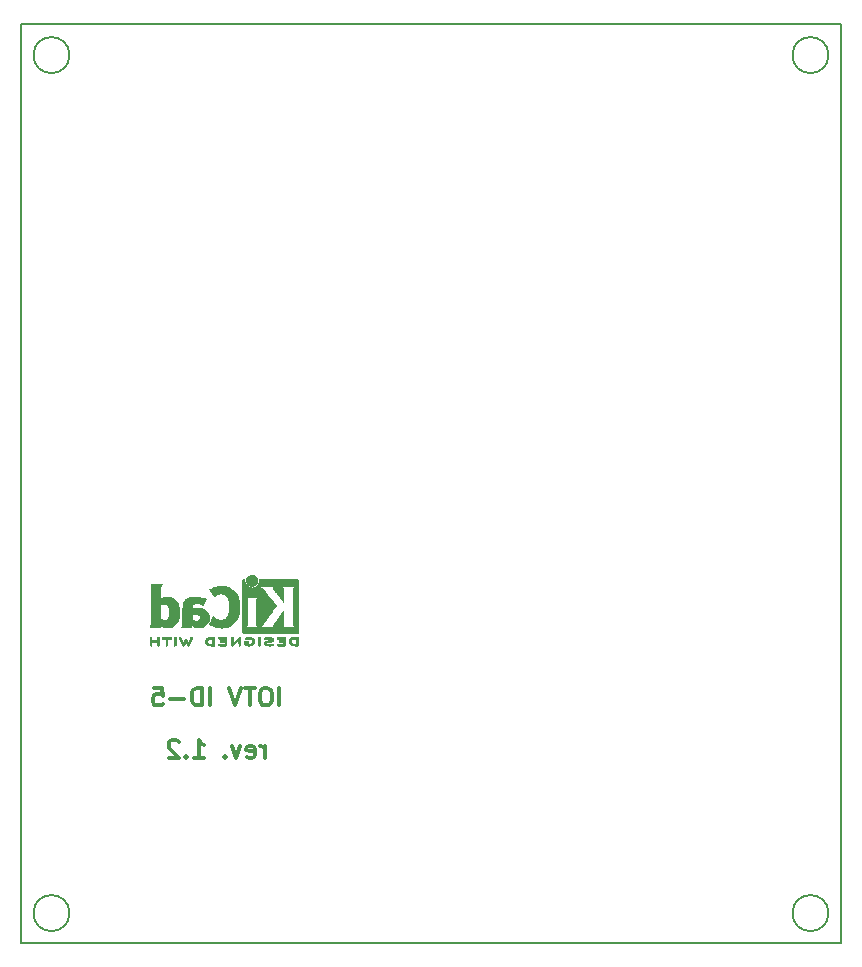
<source format=gbo>
%TF.GenerationSoftware,KiCad,Pcbnew,7.0.2-6a45011f42~172~ubuntu22.10.1*%
%TF.CreationDate,2023-08-15T16:25:11+05:00*%
%TF.ProjectId,IOTV,494f5456-2e6b-4696-9361-645f70636258,3*%
%TF.SameCoordinates,Original*%
%TF.FileFunction,Legend,Bot*%
%TF.FilePolarity,Positive*%
%FSLAX46Y46*%
G04 Gerber Fmt 4.6, Leading zero omitted, Abs format (unit mm)*
G04 Created by KiCad (PCBNEW 7.0.2-6a45011f42~172~ubuntu22.10.1) date 2023-08-15 16:25:11*
%MOMM*%
%LPD*%
G01*
G04 APERTURE LIST*
%ADD10C,0.300000*%
%ADD11C,0.375000*%
%ADD12C,0.010000*%
%TA.AperFunction,Profile*%
%ADD13C,0.150000*%
%TD*%
G04 APERTURE END LIST*
D10*
X122197857Y-113100428D02*
X122197857Y-112100428D01*
X122197857Y-112386142D02*
X122126428Y-112243285D01*
X122126428Y-112243285D02*
X122055000Y-112171857D01*
X122055000Y-112171857D02*
X121912142Y-112100428D01*
X121912142Y-112100428D02*
X121769285Y-112100428D01*
X120697857Y-113029000D02*
X120840714Y-113100428D01*
X120840714Y-113100428D02*
X121126429Y-113100428D01*
X121126429Y-113100428D02*
X121269286Y-113029000D01*
X121269286Y-113029000D02*
X121340714Y-112886142D01*
X121340714Y-112886142D02*
X121340714Y-112314714D01*
X121340714Y-112314714D02*
X121269286Y-112171857D01*
X121269286Y-112171857D02*
X121126429Y-112100428D01*
X121126429Y-112100428D02*
X120840714Y-112100428D01*
X120840714Y-112100428D02*
X120697857Y-112171857D01*
X120697857Y-112171857D02*
X120626429Y-112314714D01*
X120626429Y-112314714D02*
X120626429Y-112457571D01*
X120626429Y-112457571D02*
X121340714Y-112600428D01*
X120126429Y-112100428D02*
X119769286Y-113100428D01*
X119769286Y-113100428D02*
X119412143Y-112100428D01*
X118840715Y-112957571D02*
X118769286Y-113029000D01*
X118769286Y-113029000D02*
X118840715Y-113100428D01*
X118840715Y-113100428D02*
X118912143Y-113029000D01*
X118912143Y-113029000D02*
X118840715Y-112957571D01*
X118840715Y-112957571D02*
X118840715Y-113100428D01*
X116197857Y-113100428D02*
X117055000Y-113100428D01*
X116626429Y-113100428D02*
X116626429Y-111600428D01*
X116626429Y-111600428D02*
X116769286Y-111814714D01*
X116769286Y-111814714D02*
X116912143Y-111957571D01*
X116912143Y-111957571D02*
X117055000Y-112029000D01*
X115555001Y-112957571D02*
X115483572Y-113029000D01*
X115483572Y-113029000D02*
X115555001Y-113100428D01*
X115555001Y-113100428D02*
X115626429Y-113029000D01*
X115626429Y-113029000D02*
X115555001Y-112957571D01*
X115555001Y-112957571D02*
X115555001Y-113100428D01*
X114912143Y-111743285D02*
X114840715Y-111671857D01*
X114840715Y-111671857D02*
X114697858Y-111600428D01*
X114697858Y-111600428D02*
X114340715Y-111600428D01*
X114340715Y-111600428D02*
X114197858Y-111671857D01*
X114197858Y-111671857D02*
X114126429Y-111743285D01*
X114126429Y-111743285D02*
X114055000Y-111886142D01*
X114055000Y-111886142D02*
X114055000Y-112029000D01*
X114055000Y-112029000D02*
X114126429Y-112243285D01*
X114126429Y-112243285D02*
X114983572Y-113100428D01*
X114983572Y-113100428D02*
X114055000Y-113100428D01*
D11*
X123431428Y-108655428D02*
X123431428Y-107155428D01*
X122431427Y-107155428D02*
X122145713Y-107155428D01*
X122145713Y-107155428D02*
X122002856Y-107226857D01*
X122002856Y-107226857D02*
X121859999Y-107369714D01*
X121859999Y-107369714D02*
X121788570Y-107655428D01*
X121788570Y-107655428D02*
X121788570Y-108155428D01*
X121788570Y-108155428D02*
X121859999Y-108441142D01*
X121859999Y-108441142D02*
X122002856Y-108584000D01*
X122002856Y-108584000D02*
X122145713Y-108655428D01*
X122145713Y-108655428D02*
X122431427Y-108655428D01*
X122431427Y-108655428D02*
X122574285Y-108584000D01*
X122574285Y-108584000D02*
X122717142Y-108441142D01*
X122717142Y-108441142D02*
X122788570Y-108155428D01*
X122788570Y-108155428D02*
X122788570Y-107655428D01*
X122788570Y-107655428D02*
X122717142Y-107369714D01*
X122717142Y-107369714D02*
X122574285Y-107226857D01*
X122574285Y-107226857D02*
X122431427Y-107155428D01*
X121359998Y-107155428D02*
X120502856Y-107155428D01*
X120931427Y-108655428D02*
X120931427Y-107155428D01*
X120217141Y-107155428D02*
X119717141Y-108655428D01*
X119717141Y-108655428D02*
X119217141Y-107155428D01*
X117574285Y-108655428D02*
X117574285Y-107155428D01*
X116859999Y-108655428D02*
X116859999Y-107155428D01*
X116859999Y-107155428D02*
X116502856Y-107155428D01*
X116502856Y-107155428D02*
X116288570Y-107226857D01*
X116288570Y-107226857D02*
X116145713Y-107369714D01*
X116145713Y-107369714D02*
X116074284Y-107512571D01*
X116074284Y-107512571D02*
X116002856Y-107798285D01*
X116002856Y-107798285D02*
X116002856Y-108012571D01*
X116002856Y-108012571D02*
X116074284Y-108298285D01*
X116074284Y-108298285D02*
X116145713Y-108441142D01*
X116145713Y-108441142D02*
X116288570Y-108584000D01*
X116288570Y-108584000D02*
X116502856Y-108655428D01*
X116502856Y-108655428D02*
X116859999Y-108655428D01*
X115359999Y-108084000D02*
X114217142Y-108084000D01*
X112788570Y-107155428D02*
X113502856Y-107155428D01*
X113502856Y-107155428D02*
X113574284Y-107869714D01*
X113574284Y-107869714D02*
X113502856Y-107798285D01*
X113502856Y-107798285D02*
X113359999Y-107726857D01*
X113359999Y-107726857D02*
X113002856Y-107726857D01*
X113002856Y-107726857D02*
X112859999Y-107798285D01*
X112859999Y-107798285D02*
X112788570Y-107869714D01*
X112788570Y-107869714D02*
X112717141Y-108012571D01*
X112717141Y-108012571D02*
X112717141Y-108369714D01*
X112717141Y-108369714D02*
X112788570Y-108512571D01*
X112788570Y-108512571D02*
X112859999Y-108584000D01*
X112859999Y-108584000D02*
X113002856Y-108655428D01*
X113002856Y-108655428D02*
X113359999Y-108655428D01*
X113359999Y-108655428D02*
X113502856Y-108584000D01*
X113502856Y-108584000D02*
X113574284Y-108512571D01*
%TO.C,logo*%
D12*
X114600406Y-102858949D02*
X114626127Y-102874647D01*
X114652778Y-102896227D01*
X114652778Y-103543684D01*
X114626127Y-103565264D01*
X114594767Y-103582739D01*
X114558966Y-103583575D01*
X114527528Y-103563082D01*
X114523652Y-103558416D01*
X114518186Y-103548949D01*
X114513979Y-103535267D01*
X114510867Y-103514748D01*
X114508687Y-103484768D01*
X114507276Y-103442704D01*
X114506471Y-103385932D01*
X114506107Y-103311830D01*
X114506022Y-103217773D01*
X114506022Y-102896227D01*
X114532673Y-102874647D01*
X114556386Y-102859877D01*
X114579400Y-102853067D01*
X114600406Y-102858949D01*
G36*
X114600406Y-102858949D02*
G01*
X114626127Y-102874647D01*
X114652778Y-102896227D01*
X114652778Y-103543684D01*
X114626127Y-103565264D01*
X114594767Y-103582739D01*
X114558966Y-103583575D01*
X114527528Y-103563082D01*
X114523652Y-103558416D01*
X114518186Y-103548949D01*
X114513979Y-103535267D01*
X114510867Y-103514748D01*
X114508687Y-103484768D01*
X114507276Y-103442704D01*
X114506471Y-103385932D01*
X114506107Y-103311830D01*
X114506022Y-103217773D01*
X114506022Y-102896227D01*
X114532673Y-102874647D01*
X114556386Y-102859877D01*
X114579400Y-102853067D01*
X114600406Y-102858949D01*
G37*
X121731137Y-102857463D02*
X121765291Y-102880776D01*
X121793000Y-102908485D01*
X121793000Y-103221537D01*
X121792959Y-103305567D01*
X121792701Y-103379789D01*
X121792030Y-103436541D01*
X121790752Y-103478512D01*
X121788673Y-103508389D01*
X121785599Y-103528861D01*
X121781334Y-103542614D01*
X121775684Y-103552337D01*
X121768455Y-103560717D01*
X121736991Y-103582181D01*
X121701826Y-103583947D01*
X121668822Y-103564267D01*
X121663516Y-103558398D01*
X121658066Y-103549314D01*
X121653900Y-103535973D01*
X121650846Y-103515757D01*
X121648732Y-103486049D01*
X121647386Y-103444232D01*
X121646638Y-103387689D01*
X121646314Y-103313802D01*
X121646245Y-103219956D01*
X121646284Y-103144294D01*
X121646539Y-103066385D01*
X121647183Y-103006375D01*
X121648387Y-102961648D01*
X121650324Y-102929585D01*
X121653164Y-102907571D01*
X121657079Y-102892987D01*
X121662242Y-102883218D01*
X121668822Y-102875645D01*
X121698006Y-102856623D01*
X121731137Y-102857463D01*
G36*
X121731137Y-102857463D02*
G01*
X121765291Y-102880776D01*
X121793000Y-102908485D01*
X121793000Y-103221537D01*
X121792959Y-103305567D01*
X121792701Y-103379789D01*
X121792030Y-103436541D01*
X121790752Y-103478512D01*
X121788673Y-103508389D01*
X121785599Y-103528861D01*
X121781334Y-103542614D01*
X121775684Y-103552337D01*
X121768455Y-103560717D01*
X121736991Y-103582181D01*
X121701826Y-103583947D01*
X121668822Y-103564267D01*
X121663516Y-103558398D01*
X121658066Y-103549314D01*
X121653900Y-103535973D01*
X121650846Y-103515757D01*
X121648732Y-103486049D01*
X121647386Y-103444232D01*
X121646638Y-103387689D01*
X121646314Y-103313802D01*
X121646245Y-103219956D01*
X121646284Y-103144294D01*
X121646539Y-103066385D01*
X121647183Y-103006375D01*
X121648387Y-102961648D01*
X121650324Y-102929585D01*
X121653164Y-102907571D01*
X121657079Y-102892987D01*
X121662242Y-102883218D01*
X121668822Y-102875645D01*
X121698006Y-102856623D01*
X121731137Y-102857463D01*
G37*
X121199562Y-97616850D02*
X121282313Y-97644053D01*
X121357406Y-97689484D01*
X121429298Y-97755302D01*
X121467846Y-97799567D01*
X121507256Y-97857961D01*
X121532446Y-97918586D01*
X121545861Y-97987865D01*
X121549948Y-98072222D01*
X121549669Y-98118307D01*
X121547460Y-98159450D01*
X121541894Y-98191582D01*
X121531586Y-98222122D01*
X121515148Y-98258489D01*
X121501200Y-98285728D01*
X121442665Y-98371429D01*
X121370619Y-98440617D01*
X121286947Y-98491741D01*
X121193531Y-98523250D01*
X121160434Y-98530225D01*
X121119960Y-98537094D01*
X121086999Y-98538919D01*
X121052698Y-98535947D01*
X121008200Y-98528426D01*
X120956934Y-98516002D01*
X120866434Y-98478112D01*
X120787345Y-98423836D01*
X120721528Y-98355770D01*
X120670840Y-98276511D01*
X120637140Y-98188654D01*
X120622286Y-98094795D01*
X120628136Y-97997530D01*
X120654399Y-97901220D01*
X120699418Y-97812494D01*
X120760373Y-97737419D01*
X120835184Y-97677641D01*
X120921768Y-97634809D01*
X121018043Y-97610571D01*
X121121928Y-97606576D01*
X121199562Y-97616850D01*
G36*
X121199562Y-97616850D02*
G01*
X121282313Y-97644053D01*
X121357406Y-97689484D01*
X121429298Y-97755302D01*
X121467846Y-97799567D01*
X121507256Y-97857961D01*
X121532446Y-97918586D01*
X121545861Y-97987865D01*
X121549948Y-98072222D01*
X121549669Y-98118307D01*
X121547460Y-98159450D01*
X121541894Y-98191582D01*
X121531586Y-98222122D01*
X121515148Y-98258489D01*
X121501200Y-98285728D01*
X121442665Y-98371429D01*
X121370619Y-98440617D01*
X121286947Y-98491741D01*
X121193531Y-98523250D01*
X121160434Y-98530225D01*
X121119960Y-98537094D01*
X121086999Y-98538919D01*
X121052698Y-98535947D01*
X121008200Y-98528426D01*
X120956934Y-98516002D01*
X120866434Y-98478112D01*
X120787345Y-98423836D01*
X120721528Y-98355770D01*
X120670840Y-98276511D01*
X120637140Y-98188654D01*
X120622286Y-98094795D01*
X120628136Y-97997530D01*
X120654399Y-97901220D01*
X120699418Y-97812494D01*
X120760373Y-97737419D01*
X120835184Y-97677641D01*
X120921768Y-97634809D01*
X121018043Y-97610571D01*
X121121928Y-97606576D01*
X121199562Y-97616850D01*
G37*
X113900767Y-102853068D02*
X113994890Y-102853158D01*
X114069405Y-102853498D01*
X114126811Y-102854239D01*
X114169611Y-102855535D01*
X114200304Y-102857537D01*
X114221391Y-102860396D01*
X114235373Y-102864266D01*
X114244750Y-102869298D01*
X114252022Y-102875645D01*
X114270828Y-102908362D01*
X114272275Y-102945939D01*
X114255917Y-102979178D01*
X114254557Y-102980631D01*
X114243354Y-102988992D01*
X114226252Y-102994547D01*
X114199082Y-102997840D01*
X114157678Y-102999418D01*
X114097873Y-102999822D01*
X113958511Y-102999822D01*
X113958511Y-103263589D01*
X113958436Y-103339417D01*
X113958028Y-103406083D01*
X113957046Y-103455867D01*
X113955250Y-103491784D01*
X113952399Y-103516850D01*
X113948253Y-103534081D01*
X113942571Y-103546492D01*
X113935114Y-103557100D01*
X113932824Y-103559906D01*
X113901646Y-103582548D01*
X113867266Y-103584112D01*
X113834334Y-103564267D01*
X113827355Y-103556191D01*
X113821883Y-103545593D01*
X113817863Y-103529749D01*
X113815072Y-103505773D01*
X113813288Y-103470774D01*
X113812289Y-103421864D01*
X113811852Y-103356154D01*
X113811756Y-103270756D01*
X113811756Y-102999822D01*
X113665820Y-102999822D01*
X113654720Y-102999821D01*
X113598202Y-102999596D01*
X113559358Y-102998457D01*
X113533965Y-102995657D01*
X113517804Y-102990450D01*
X113506652Y-102982089D01*
X113496289Y-102969826D01*
X113480441Y-102939138D01*
X113483543Y-102905358D01*
X113509187Y-102872822D01*
X113514129Y-102869105D01*
X113524338Y-102864269D01*
X113539764Y-102860506D01*
X113562886Y-102857683D01*
X113596183Y-102855670D01*
X113642137Y-102854333D01*
X113703228Y-102853542D01*
X113781935Y-102853163D01*
X113880740Y-102853067D01*
X113900767Y-102853068D01*
G36*
X113900767Y-102853068D02*
G01*
X113994890Y-102853158D01*
X114069405Y-102853498D01*
X114126811Y-102854239D01*
X114169611Y-102855535D01*
X114200304Y-102857537D01*
X114221391Y-102860396D01*
X114235373Y-102864266D01*
X114244750Y-102869298D01*
X114252022Y-102875645D01*
X114270828Y-102908362D01*
X114272275Y-102945939D01*
X114255917Y-102979178D01*
X114254557Y-102980631D01*
X114243354Y-102988992D01*
X114226252Y-102994547D01*
X114199082Y-102997840D01*
X114157678Y-102999418D01*
X114097873Y-102999822D01*
X113958511Y-102999822D01*
X113958511Y-103263589D01*
X113958436Y-103339417D01*
X113958028Y-103406083D01*
X113957046Y-103455867D01*
X113955250Y-103491784D01*
X113952399Y-103516850D01*
X113948253Y-103534081D01*
X113942571Y-103546492D01*
X113935114Y-103557100D01*
X113932824Y-103559906D01*
X113901646Y-103582548D01*
X113867266Y-103584112D01*
X113834334Y-103564267D01*
X113827355Y-103556191D01*
X113821883Y-103545593D01*
X113817863Y-103529749D01*
X113815072Y-103505773D01*
X113813288Y-103470774D01*
X113812289Y-103421864D01*
X113811852Y-103356154D01*
X113811756Y-103270756D01*
X113811756Y-102999822D01*
X113665820Y-102999822D01*
X113654720Y-102999821D01*
X113598202Y-102999596D01*
X113559358Y-102998457D01*
X113533965Y-102995657D01*
X113517804Y-102990450D01*
X113506652Y-102982089D01*
X113496289Y-102969826D01*
X113480441Y-102939138D01*
X113483543Y-102905358D01*
X113509187Y-102872822D01*
X113514129Y-102869105D01*
X113524338Y-102864269D01*
X113539764Y-102860506D01*
X113562886Y-102857683D01*
X113596183Y-102855670D01*
X113642137Y-102854333D01*
X113703228Y-102853542D01*
X113781935Y-102853163D01*
X113880740Y-102853067D01*
X113900767Y-102853068D01*
G37*
X113224734Y-102875645D02*
X113230366Y-102881835D01*
X113235456Y-102890041D01*
X113239543Y-102901817D01*
X113242721Y-102919276D01*
X113245087Y-102944530D01*
X113246738Y-102979690D01*
X113247769Y-103026869D01*
X113248277Y-103088177D01*
X113248359Y-103165727D01*
X113248109Y-103261631D01*
X113247625Y-103378000D01*
X113247557Y-103392175D01*
X113246971Y-103453937D01*
X113245648Y-103497620D01*
X113243103Y-103527001D01*
X113238848Y-103545855D01*
X113232396Y-103557959D01*
X113223262Y-103567089D01*
X113189804Y-103584506D01*
X113154856Y-103581604D01*
X113123953Y-103557100D01*
X113114944Y-103543897D01*
X113107492Y-103525361D01*
X113103124Y-103499333D01*
X113101069Y-103460787D01*
X113100556Y-103404700D01*
X113100556Y-103282045D01*
X112603845Y-103282045D01*
X112603845Y-103416871D01*
X112603772Y-103452662D01*
X112603009Y-103498992D01*
X112600833Y-103529526D01*
X112596536Y-103548557D01*
X112589412Y-103560374D01*
X112578755Y-103569271D01*
X112546504Y-103584341D01*
X112511217Y-103581673D01*
X112480486Y-103557100D01*
X112475831Y-103550845D01*
X112469895Y-103540321D01*
X112465364Y-103526391D01*
X112462048Y-103506317D01*
X112459759Y-103477360D01*
X112458308Y-103436780D01*
X112457505Y-103381840D01*
X112457162Y-103309799D01*
X112457089Y-103217920D01*
X112457089Y-102908485D01*
X112484798Y-102880776D01*
X112516177Y-102858533D01*
X112549406Y-102855844D01*
X112581267Y-102875645D01*
X112589553Y-102885415D01*
X112596965Y-102901307D01*
X112601302Y-102925275D01*
X112603338Y-102962148D01*
X112603845Y-103016756D01*
X112603845Y-103135289D01*
X113100556Y-103135289D01*
X113100556Y-103019776D01*
X113100994Y-102968078D01*
X113102958Y-102933554D01*
X113107474Y-102910978D01*
X113115567Y-102895126D01*
X113128265Y-102880776D01*
X113159643Y-102858533D01*
X113192872Y-102855844D01*
X113224734Y-102875645D01*
G36*
X113224734Y-102875645D02*
G01*
X113230366Y-102881835D01*
X113235456Y-102890041D01*
X113239543Y-102901817D01*
X113242721Y-102919276D01*
X113245087Y-102944530D01*
X113246738Y-102979690D01*
X113247769Y-103026869D01*
X113248277Y-103088177D01*
X113248359Y-103165727D01*
X113248109Y-103261631D01*
X113247625Y-103378000D01*
X113247557Y-103392175D01*
X113246971Y-103453937D01*
X113245648Y-103497620D01*
X113243103Y-103527001D01*
X113238848Y-103545855D01*
X113232396Y-103557959D01*
X113223262Y-103567089D01*
X113189804Y-103584506D01*
X113154856Y-103581604D01*
X113123953Y-103557100D01*
X113114944Y-103543897D01*
X113107492Y-103525361D01*
X113103124Y-103499333D01*
X113101069Y-103460787D01*
X113100556Y-103404700D01*
X113100556Y-103282045D01*
X112603845Y-103282045D01*
X112603845Y-103416871D01*
X112603772Y-103452662D01*
X112603009Y-103498992D01*
X112600833Y-103529526D01*
X112596536Y-103548557D01*
X112589412Y-103560374D01*
X112578755Y-103569271D01*
X112546504Y-103584341D01*
X112511217Y-103581673D01*
X112480486Y-103557100D01*
X112475831Y-103550845D01*
X112469895Y-103540321D01*
X112465364Y-103526391D01*
X112462048Y-103506317D01*
X112459759Y-103477360D01*
X112458308Y-103436780D01*
X112457505Y-103381840D01*
X112457162Y-103309799D01*
X112457089Y-103217920D01*
X112457089Y-102908485D01*
X112484798Y-102880776D01*
X112516177Y-102858533D01*
X112549406Y-102855844D01*
X112581267Y-102875645D01*
X112589553Y-102885415D01*
X112596965Y-102901307D01*
X112601302Y-102925275D01*
X112603338Y-102962148D01*
X112603845Y-103016756D01*
X112603845Y-103135289D01*
X113100556Y-103135289D01*
X113100556Y-103019776D01*
X113100994Y-102968078D01*
X113102958Y-102933554D01*
X113107474Y-102910978D01*
X113115567Y-102895126D01*
X113128265Y-102880776D01*
X113159643Y-102858533D01*
X113192872Y-102855844D01*
X113224734Y-102875645D01*
G37*
X117930133Y-103464396D02*
X117928163Y-103497175D01*
X117925235Y-103520095D01*
X117921158Y-103535897D01*
X117915743Y-103547319D01*
X117908803Y-103557100D01*
X117885406Y-103586845D01*
X117719714Y-103586251D01*
X117684918Y-103585953D01*
X117586435Y-103582522D01*
X117505473Y-103574839D01*
X117438379Y-103562282D01*
X117381496Y-103544227D01*
X117331169Y-103520052D01*
X117327810Y-103518135D01*
X117269998Y-103481417D01*
X117227644Y-103444451D01*
X117194828Y-103400966D01*
X117165628Y-103344689D01*
X117161346Y-103335073D01*
X117138769Y-103271887D01*
X117133034Y-103226333D01*
X117282279Y-103226333D01*
X117287892Y-103251061D01*
X117293618Y-103266939D01*
X117326548Y-103326847D01*
X117373886Y-103372600D01*
X117437652Y-103405736D01*
X117519861Y-103427790D01*
X117522655Y-103428292D01*
X117568940Y-103434255D01*
X117625336Y-103438483D01*
X117680274Y-103440089D01*
X117774156Y-103440089D01*
X117774156Y-102999822D01*
X117686667Y-103000270D01*
X117619747Y-103002746D01*
X117527349Y-103013998D01*
X117448034Y-103033537D01*
X117386060Y-103060511D01*
X117355120Y-103081240D01*
X117327000Y-103111006D01*
X117303660Y-103153434D01*
X117296533Y-103169400D01*
X117284709Y-103201902D01*
X117282279Y-103226333D01*
X117133034Y-103226333D01*
X117131797Y-103216509D01*
X117140399Y-103161483D01*
X117164541Y-103099351D01*
X117165337Y-103097658D01*
X117205788Y-103028236D01*
X117256473Y-102971638D01*
X117319198Y-102927070D01*
X117395774Y-102893741D01*
X117488009Y-102870861D01*
X117597712Y-102857636D01*
X117726691Y-102853275D01*
X117730263Y-102853270D01*
X117790283Y-102853410D01*
X117832214Y-102854446D01*
X117860328Y-102857040D01*
X117878897Y-102861853D01*
X117892194Y-102869544D01*
X117904491Y-102880776D01*
X117932200Y-102908485D01*
X117932200Y-103217920D01*
X117932175Y-103279526D01*
X117931950Y-103358311D01*
X117931332Y-103419021D01*
X117930775Y-103440089D01*
X117930133Y-103464396D01*
G36*
X117930133Y-103464396D02*
G01*
X117928163Y-103497175D01*
X117925235Y-103520095D01*
X117921158Y-103535897D01*
X117915743Y-103547319D01*
X117908803Y-103557100D01*
X117885406Y-103586845D01*
X117719714Y-103586251D01*
X117684918Y-103585953D01*
X117586435Y-103582522D01*
X117505473Y-103574839D01*
X117438379Y-103562282D01*
X117381496Y-103544227D01*
X117331169Y-103520052D01*
X117327810Y-103518135D01*
X117269998Y-103481417D01*
X117227644Y-103444451D01*
X117194828Y-103400966D01*
X117165628Y-103344689D01*
X117161346Y-103335073D01*
X117138769Y-103271887D01*
X117133034Y-103226333D01*
X117282279Y-103226333D01*
X117287892Y-103251061D01*
X117293618Y-103266939D01*
X117326548Y-103326847D01*
X117373886Y-103372600D01*
X117437652Y-103405736D01*
X117519861Y-103427790D01*
X117522655Y-103428292D01*
X117568940Y-103434255D01*
X117625336Y-103438483D01*
X117680274Y-103440089D01*
X117774156Y-103440089D01*
X117774156Y-102999822D01*
X117686667Y-103000270D01*
X117619747Y-103002746D01*
X117527349Y-103013998D01*
X117448034Y-103033537D01*
X117386060Y-103060511D01*
X117355120Y-103081240D01*
X117327000Y-103111006D01*
X117303660Y-103153434D01*
X117296533Y-103169400D01*
X117284709Y-103201902D01*
X117282279Y-103226333D01*
X117133034Y-103226333D01*
X117131797Y-103216509D01*
X117140399Y-103161483D01*
X117164541Y-103099351D01*
X117165337Y-103097658D01*
X117205788Y-103028236D01*
X117256473Y-102971638D01*
X117319198Y-102927070D01*
X117395774Y-102893741D01*
X117488009Y-102870861D01*
X117597712Y-102857636D01*
X117726691Y-102853275D01*
X117730263Y-102853270D01*
X117790283Y-102853410D01*
X117832214Y-102854446D01*
X117860328Y-102857040D01*
X117878897Y-102861853D01*
X117892194Y-102869544D01*
X117904491Y-102880776D01*
X117932200Y-102908485D01*
X117932200Y-103217920D01*
X117932175Y-103279526D01*
X117931950Y-103358311D01*
X117931332Y-103419021D01*
X117930775Y-103440089D01*
X117930133Y-103464396D01*
G37*
X125021817Y-103038427D02*
X125021870Y-103119041D01*
X125021622Y-103219956D01*
X125021583Y-103295617D01*
X125021328Y-103373526D01*
X125020684Y-103433536D01*
X125019480Y-103478264D01*
X125017543Y-103510326D01*
X125014703Y-103532340D01*
X125010788Y-103546924D01*
X125005626Y-103556694D01*
X124999045Y-103564267D01*
X124992077Y-103570501D01*
X124979079Y-103577801D01*
X124959931Y-103582554D01*
X124930528Y-103585292D01*
X124886762Y-103586545D01*
X124824528Y-103586845D01*
X124775582Y-103586469D01*
X124668722Y-103582041D01*
X124579494Y-103571953D01*
X124504696Y-103555365D01*
X124441125Y-103531435D01*
X124385579Y-103499321D01*
X124334854Y-103458182D01*
X124328866Y-103452330D01*
X124291999Y-103403821D01*
X124260899Y-103343013D01*
X124239417Y-103278769D01*
X124234136Y-103240026D01*
X124381353Y-103240026D01*
X124399635Y-103290961D01*
X124429305Y-103336878D01*
X124476002Y-103379287D01*
X124537392Y-103409090D01*
X124616538Y-103428226D01*
X124618028Y-103428464D01*
X124666999Y-103434256D01*
X124725693Y-103438396D01*
X124781734Y-103440004D01*
X124874867Y-103440089D01*
X124874867Y-102999822D01*
X124798667Y-102999808D01*
X124795639Y-102999817D01*
X124744519Y-103001782D01*
X124684416Y-103006507D01*
X124627708Y-103013035D01*
X124577750Y-103022331D01*
X124502998Y-103048600D01*
X124445489Y-103087899D01*
X124403988Y-103140933D01*
X124382771Y-103192200D01*
X124381353Y-103240026D01*
X124234136Y-103240026D01*
X124231400Y-103219956D01*
X124232679Y-103198739D01*
X124244991Y-103141323D01*
X124267520Y-103081413D01*
X124296750Y-103027363D01*
X124329167Y-102987532D01*
X124348708Y-102970510D01*
X124403420Y-102931322D01*
X124463723Y-102901193D01*
X124532919Y-102879232D01*
X124614311Y-102864550D01*
X124711200Y-102856259D01*
X124826889Y-102853467D01*
X124866371Y-102853066D01*
X124912082Y-102852653D01*
X124947883Y-102854457D01*
X124974974Y-102860739D01*
X124994556Y-102873759D01*
X125007830Y-102895778D01*
X125015998Y-102929055D01*
X125020260Y-102975851D01*
X125020857Y-102999822D01*
X125021817Y-103038427D01*
G36*
X125021817Y-103038427D02*
G01*
X125021870Y-103119041D01*
X125021622Y-103219956D01*
X125021583Y-103295617D01*
X125021328Y-103373526D01*
X125020684Y-103433536D01*
X125019480Y-103478264D01*
X125017543Y-103510326D01*
X125014703Y-103532340D01*
X125010788Y-103546924D01*
X125005626Y-103556694D01*
X124999045Y-103564267D01*
X124992077Y-103570501D01*
X124979079Y-103577801D01*
X124959931Y-103582554D01*
X124930528Y-103585292D01*
X124886762Y-103586545D01*
X124824528Y-103586845D01*
X124775582Y-103586469D01*
X124668722Y-103582041D01*
X124579494Y-103571953D01*
X124504696Y-103555365D01*
X124441125Y-103531435D01*
X124385579Y-103499321D01*
X124334854Y-103458182D01*
X124328866Y-103452330D01*
X124291999Y-103403821D01*
X124260899Y-103343013D01*
X124239417Y-103278769D01*
X124234136Y-103240026D01*
X124381353Y-103240026D01*
X124399635Y-103290961D01*
X124429305Y-103336878D01*
X124476002Y-103379287D01*
X124537392Y-103409090D01*
X124616538Y-103428226D01*
X124618028Y-103428464D01*
X124666999Y-103434256D01*
X124725693Y-103438396D01*
X124781734Y-103440004D01*
X124874867Y-103440089D01*
X124874867Y-102999822D01*
X124798667Y-102999808D01*
X124795639Y-102999817D01*
X124744519Y-103001782D01*
X124684416Y-103006507D01*
X124627708Y-103013035D01*
X124577750Y-103022331D01*
X124502998Y-103048600D01*
X124445489Y-103087899D01*
X124403988Y-103140933D01*
X124382771Y-103192200D01*
X124381353Y-103240026D01*
X124234136Y-103240026D01*
X124231400Y-103219956D01*
X124232679Y-103198739D01*
X124244991Y-103141323D01*
X124267520Y-103081413D01*
X124296750Y-103027363D01*
X124329167Y-102987532D01*
X124348708Y-102970510D01*
X124403420Y-102931322D01*
X124463723Y-102901193D01*
X124532919Y-102879232D01*
X124614311Y-102864550D01*
X124711200Y-102856259D01*
X124826889Y-102853467D01*
X124866371Y-102853066D01*
X124912082Y-102852653D01*
X124947883Y-102854457D01*
X124974974Y-102860739D01*
X124994556Y-102873759D01*
X125007830Y-102895778D01*
X125015998Y-102929055D01*
X125020260Y-102975851D01*
X125020857Y-102999822D01*
X125021817Y-103038427D01*
G37*
X120076893Y-102851892D02*
X120088301Y-102858029D01*
X120098850Y-102868691D01*
X120110136Y-102882811D01*
X120114589Y-102888772D01*
X120120588Y-102899268D01*
X120125167Y-102913093D01*
X120128519Y-102932998D01*
X120130833Y-102961732D01*
X120132301Y-103002045D01*
X120133113Y-103056687D01*
X120133460Y-103128407D01*
X120133534Y-103219956D01*
X120133511Y-103278486D01*
X120133292Y-103357573D01*
X120132683Y-103418516D01*
X120131492Y-103464062D01*
X120129529Y-103496963D01*
X120126603Y-103519968D01*
X120122523Y-103535826D01*
X120117097Y-103547286D01*
X120110136Y-103557100D01*
X120079708Y-103581493D01*
X120044765Y-103584372D01*
X120007784Y-103565282D01*
X120003600Y-103561807D01*
X119995424Y-103553279D01*
X119989364Y-103541728D01*
X119984981Y-103523896D01*
X119981839Y-103496524D01*
X119979502Y-103456354D01*
X119977531Y-103400128D01*
X119975489Y-103324589D01*
X119969845Y-103105458D01*
X119704556Y-103346099D01*
X119630722Y-103412875D01*
X119565542Y-103470991D01*
X119513348Y-103515949D01*
X119472273Y-103548871D01*
X119440455Y-103570879D01*
X119416026Y-103583094D01*
X119397124Y-103586639D01*
X119381883Y-103582636D01*
X119368439Y-103572207D01*
X119354927Y-103556474D01*
X119348682Y-103547991D01*
X119343050Y-103537413D01*
X119338839Y-103523255D01*
X119335887Y-103502803D01*
X119334032Y-103473342D01*
X119333113Y-103432161D01*
X119332968Y-103376544D01*
X119333435Y-103303779D01*
X119334352Y-103211151D01*
X119337667Y-102896199D01*
X119364318Y-102874633D01*
X119390383Y-102858441D01*
X119423241Y-102855670D01*
X119457772Y-102874623D01*
X119462084Y-102878208D01*
X119470216Y-102886737D01*
X119476245Y-102898329D01*
X119480606Y-102916235D01*
X119483734Y-102943706D01*
X119486063Y-102983994D01*
X119488029Y-103040351D01*
X119490067Y-103116029D01*
X119495711Y-103335878D01*
X119676334Y-103172084D01*
X119763072Y-103093451D01*
X119838843Y-103025058D01*
X119900980Y-102969708D01*
X119951078Y-102926338D01*
X119990735Y-102893881D01*
X120021548Y-102871273D01*
X120045114Y-102857448D01*
X120063030Y-102851343D01*
X120076893Y-102851892D01*
G36*
X120076893Y-102851892D02*
G01*
X120088301Y-102858029D01*
X120098850Y-102868691D01*
X120110136Y-102882811D01*
X120114589Y-102888772D01*
X120120588Y-102899268D01*
X120125167Y-102913093D01*
X120128519Y-102932998D01*
X120130833Y-102961732D01*
X120132301Y-103002045D01*
X120133113Y-103056687D01*
X120133460Y-103128407D01*
X120133534Y-103219956D01*
X120133511Y-103278486D01*
X120133292Y-103357573D01*
X120132683Y-103418516D01*
X120131492Y-103464062D01*
X120129529Y-103496963D01*
X120126603Y-103519968D01*
X120122523Y-103535826D01*
X120117097Y-103547286D01*
X120110136Y-103557100D01*
X120079708Y-103581493D01*
X120044765Y-103584372D01*
X120007784Y-103565282D01*
X120003600Y-103561807D01*
X119995424Y-103553279D01*
X119989364Y-103541728D01*
X119984981Y-103523896D01*
X119981839Y-103496524D01*
X119979502Y-103456354D01*
X119977531Y-103400128D01*
X119975489Y-103324589D01*
X119969845Y-103105458D01*
X119704556Y-103346099D01*
X119630722Y-103412875D01*
X119565542Y-103470991D01*
X119513348Y-103515949D01*
X119472273Y-103548871D01*
X119440455Y-103570879D01*
X119416026Y-103583094D01*
X119397124Y-103586639D01*
X119381883Y-103582636D01*
X119368439Y-103572207D01*
X119354927Y-103556474D01*
X119348682Y-103547991D01*
X119343050Y-103537413D01*
X119338839Y-103523255D01*
X119335887Y-103502803D01*
X119334032Y-103473342D01*
X119333113Y-103432161D01*
X119332968Y-103376544D01*
X119333435Y-103303779D01*
X119334352Y-103211151D01*
X119337667Y-102896199D01*
X119364318Y-102874633D01*
X119390383Y-102858441D01*
X119423241Y-102855670D01*
X119457772Y-102874623D01*
X119462084Y-102878208D01*
X119470216Y-102886737D01*
X119476245Y-102898329D01*
X119480606Y-102916235D01*
X119483734Y-102943706D01*
X119486063Y-102983994D01*
X119488029Y-103040351D01*
X119490067Y-103116029D01*
X119495711Y-103335878D01*
X119676334Y-103172084D01*
X119763072Y-103093451D01*
X119838843Y-103025058D01*
X119900980Y-102969708D01*
X119951078Y-102926338D01*
X119990735Y-102893881D01*
X120021548Y-102871273D01*
X120045114Y-102857448D01*
X120063030Y-102851343D01*
X120076893Y-102851892D01*
G37*
X120874150Y-102858179D02*
X120980157Y-102874494D01*
X121073969Y-102902545D01*
X121152765Y-102941452D01*
X121213719Y-102990334D01*
X121239789Y-103023195D01*
X121269297Y-103072394D01*
X121294568Y-103126252D01*
X121312218Y-103177419D01*
X121318858Y-103218544D01*
X121317298Y-103238259D01*
X121304357Y-103289592D01*
X121281194Y-103346118D01*
X121251302Y-103400035D01*
X121218173Y-103443539D01*
X121207977Y-103453887D01*
X121140892Y-103505662D01*
X121060766Y-103545554D01*
X120974556Y-103569956D01*
X120919592Y-103578068D01*
X120826139Y-103584673D01*
X120736358Y-103582586D01*
X120653869Y-103572340D01*
X120582286Y-103554470D01*
X120525228Y-103529508D01*
X120486311Y-103497988D01*
X120484936Y-103496012D01*
X120477848Y-103470786D01*
X120473609Y-103423535D01*
X120472200Y-103354071D01*
X120473060Y-103291838D01*
X120477780Y-103244456D01*
X120489470Y-103212353D01*
X120511239Y-103192800D01*
X120546198Y-103183070D01*
X120597456Y-103180433D01*
X120668123Y-103182161D01*
X120716743Y-103185173D01*
X120766939Y-103193366D01*
X120799433Y-103207419D01*
X120816892Y-103228654D01*
X120821983Y-103258394D01*
X120821877Y-103262936D01*
X120813175Y-103297730D01*
X120789165Y-103321147D01*
X120747900Y-103334347D01*
X120687431Y-103338489D01*
X120618956Y-103338489D01*
X120618956Y-103376841D01*
X120619006Y-103385976D01*
X120621227Y-103403227D01*
X120630494Y-103413521D01*
X120651875Y-103420459D01*
X120690436Y-103427641D01*
X120695910Y-103428575D01*
X120792860Y-103438478D01*
X120882852Y-103435559D01*
X120963760Y-103420829D01*
X121033459Y-103395299D01*
X121089824Y-103359978D01*
X121130729Y-103315879D01*
X121154051Y-103264012D01*
X121157663Y-103205388D01*
X121152145Y-103176494D01*
X121125461Y-103120604D01*
X121079273Y-103074945D01*
X121014291Y-103040108D01*
X120931229Y-103016690D01*
X120906555Y-103012241D01*
X120817226Y-103001742D01*
X120737419Y-103002971D01*
X120659326Y-103015906D01*
X120624183Y-103022696D01*
X120578745Y-103023713D01*
X120547430Y-103011182D01*
X120527277Y-102984395D01*
X120520893Y-102956148D01*
X120530379Y-102924924D01*
X120539708Y-102911499D01*
X120573943Y-102887967D01*
X120626565Y-102870095D01*
X120695081Y-102858599D01*
X120777000Y-102854192D01*
X120874150Y-102858179D01*
G36*
X120874150Y-102858179D02*
G01*
X120980157Y-102874494D01*
X121073969Y-102902545D01*
X121152765Y-102941452D01*
X121213719Y-102990334D01*
X121239789Y-103023195D01*
X121269297Y-103072394D01*
X121294568Y-103126252D01*
X121312218Y-103177419D01*
X121318858Y-103218544D01*
X121317298Y-103238259D01*
X121304357Y-103289592D01*
X121281194Y-103346118D01*
X121251302Y-103400035D01*
X121218173Y-103443539D01*
X121207977Y-103453887D01*
X121140892Y-103505662D01*
X121060766Y-103545554D01*
X120974556Y-103569956D01*
X120919592Y-103578068D01*
X120826139Y-103584673D01*
X120736358Y-103582586D01*
X120653869Y-103572340D01*
X120582286Y-103554470D01*
X120525228Y-103529508D01*
X120486311Y-103497988D01*
X120484936Y-103496012D01*
X120477848Y-103470786D01*
X120473609Y-103423535D01*
X120472200Y-103354071D01*
X120473060Y-103291838D01*
X120477780Y-103244456D01*
X120489470Y-103212353D01*
X120511239Y-103192800D01*
X120546198Y-103183070D01*
X120597456Y-103180433D01*
X120668123Y-103182161D01*
X120716743Y-103185173D01*
X120766939Y-103193366D01*
X120799433Y-103207419D01*
X120816892Y-103228654D01*
X120821983Y-103258394D01*
X120821877Y-103262936D01*
X120813175Y-103297730D01*
X120789165Y-103321147D01*
X120747900Y-103334347D01*
X120687431Y-103338489D01*
X120618956Y-103338489D01*
X120618956Y-103376841D01*
X120619006Y-103385976D01*
X120621227Y-103403227D01*
X120630494Y-103413521D01*
X120651875Y-103420459D01*
X120690436Y-103427641D01*
X120695910Y-103428575D01*
X120792860Y-103438478D01*
X120882852Y-103435559D01*
X120963760Y-103420829D01*
X121033459Y-103395299D01*
X121089824Y-103359978D01*
X121130729Y-103315879D01*
X121154051Y-103264012D01*
X121157663Y-103205388D01*
X121152145Y-103176494D01*
X121125461Y-103120604D01*
X121079273Y-103074945D01*
X121014291Y-103040108D01*
X120931229Y-103016690D01*
X120906555Y-103012241D01*
X120817226Y-103001742D01*
X120737419Y-103002971D01*
X120659326Y-103015906D01*
X120624183Y-103022696D01*
X120578745Y-103023713D01*
X120547430Y-103011182D01*
X120527277Y-102984395D01*
X120520893Y-102956148D01*
X120530379Y-102924924D01*
X120539708Y-102911499D01*
X120573943Y-102887967D01*
X120626565Y-102870095D01*
X120695081Y-102858599D01*
X120777000Y-102854192D01*
X120874150Y-102858179D01*
G37*
X118924803Y-102882811D02*
X118929752Y-102889495D01*
X118935596Y-102900066D01*
X118940057Y-102914153D01*
X118943321Y-102934478D01*
X118945574Y-102963765D01*
X118947002Y-103004737D01*
X118947792Y-103060117D01*
X118948129Y-103132628D01*
X118948200Y-103224994D01*
X118948171Y-103290911D01*
X118947939Y-103369228D01*
X118947319Y-103429496D01*
X118946126Y-103474393D01*
X118944179Y-103506602D01*
X118941294Y-103528800D01*
X118937288Y-103543669D01*
X118931979Y-103553889D01*
X118925183Y-103562138D01*
X118920668Y-103566795D01*
X118912438Y-103573282D01*
X118901078Y-103578194D01*
X118883810Y-103581749D01*
X118857855Y-103584167D01*
X118820436Y-103585667D01*
X118768773Y-103586467D01*
X118700089Y-103586787D01*
X118611606Y-103586845D01*
X118591931Y-103586838D01*
X118504906Y-103586572D01*
X118437254Y-103585806D01*
X118386299Y-103584392D01*
X118349367Y-103582180D01*
X118323783Y-103579022D01*
X118306871Y-103574769D01*
X118295957Y-103569271D01*
X118285464Y-103559285D01*
X118272203Y-103528168D01*
X118273386Y-103492280D01*
X118289550Y-103460733D01*
X118291739Y-103458457D01*
X118300427Y-103452189D01*
X118313769Y-103447523D01*
X118334752Y-103444227D01*
X118366363Y-103442068D01*
X118411590Y-103440814D01*
X118473420Y-103440231D01*
X118554839Y-103440089D01*
X118801445Y-103440089D01*
X118801445Y-103282045D01*
X118639006Y-103282045D01*
X118603338Y-103281964D01*
X118547568Y-103281167D01*
X118508430Y-103279162D01*
X118481976Y-103275521D01*
X118464259Y-103269812D01*
X118451329Y-103261607D01*
X118447686Y-103258423D01*
X118429278Y-103227448D01*
X118428644Y-103191112D01*
X118446183Y-103157493D01*
X118446245Y-103157424D01*
X118455916Y-103148798D01*
X118469209Y-103142742D01*
X118489917Y-103138811D01*
X118521828Y-103136556D01*
X118568734Y-103135531D01*
X118634424Y-103135289D01*
X118802571Y-103135289D01*
X118799186Y-103070378D01*
X118795800Y-103005467D01*
X118553723Y-103002414D01*
X118528707Y-103002086D01*
X118447087Y-103000606D01*
X118384768Y-102998222D01*
X118339154Y-102994227D01*
X118307652Y-102987913D01*
X118287667Y-102978574D01*
X118276604Y-102965503D01*
X118271869Y-102947992D01*
X118270867Y-102925335D01*
X118270873Y-102922970D01*
X118272027Y-102902939D01*
X118276824Y-102887146D01*
X118287632Y-102875090D01*
X118306817Y-102866267D01*
X118336745Y-102860175D01*
X118379783Y-102856311D01*
X118438299Y-102854174D01*
X118514657Y-102853260D01*
X118611226Y-102853067D01*
X118901406Y-102853067D01*
X118924803Y-102882811D01*
G36*
X118924803Y-102882811D02*
G01*
X118929752Y-102889495D01*
X118935596Y-102900066D01*
X118940057Y-102914153D01*
X118943321Y-102934478D01*
X118945574Y-102963765D01*
X118947002Y-103004737D01*
X118947792Y-103060117D01*
X118948129Y-103132628D01*
X118948200Y-103224994D01*
X118948171Y-103290911D01*
X118947939Y-103369228D01*
X118947319Y-103429496D01*
X118946126Y-103474393D01*
X118944179Y-103506602D01*
X118941294Y-103528800D01*
X118937288Y-103543669D01*
X118931979Y-103553889D01*
X118925183Y-103562138D01*
X118920668Y-103566795D01*
X118912438Y-103573282D01*
X118901078Y-103578194D01*
X118883810Y-103581749D01*
X118857855Y-103584167D01*
X118820436Y-103585667D01*
X118768773Y-103586467D01*
X118700089Y-103586787D01*
X118611606Y-103586845D01*
X118591931Y-103586838D01*
X118504906Y-103586572D01*
X118437254Y-103585806D01*
X118386299Y-103584392D01*
X118349367Y-103582180D01*
X118323783Y-103579022D01*
X118306871Y-103574769D01*
X118295957Y-103569271D01*
X118285464Y-103559285D01*
X118272203Y-103528168D01*
X118273386Y-103492280D01*
X118289550Y-103460733D01*
X118291739Y-103458457D01*
X118300427Y-103452189D01*
X118313769Y-103447523D01*
X118334752Y-103444227D01*
X118366363Y-103442068D01*
X118411590Y-103440814D01*
X118473420Y-103440231D01*
X118554839Y-103440089D01*
X118801445Y-103440089D01*
X118801445Y-103282045D01*
X118639006Y-103282045D01*
X118603338Y-103281964D01*
X118547568Y-103281167D01*
X118508430Y-103279162D01*
X118481976Y-103275521D01*
X118464259Y-103269812D01*
X118451329Y-103261607D01*
X118447686Y-103258423D01*
X118429278Y-103227448D01*
X118428644Y-103191112D01*
X118446183Y-103157493D01*
X118446245Y-103157424D01*
X118455916Y-103148798D01*
X118469209Y-103142742D01*
X118489917Y-103138811D01*
X118521828Y-103136556D01*
X118568734Y-103135531D01*
X118634424Y-103135289D01*
X118802571Y-103135289D01*
X118799186Y-103070378D01*
X118795800Y-103005467D01*
X118553723Y-103002414D01*
X118528707Y-103002086D01*
X118447087Y-103000606D01*
X118384768Y-102998222D01*
X118339154Y-102994227D01*
X118307652Y-102987913D01*
X118287667Y-102978574D01*
X118276604Y-102965503D01*
X118271869Y-102947992D01*
X118270867Y-102925335D01*
X118270873Y-102922970D01*
X118272027Y-102902939D01*
X118276824Y-102887146D01*
X118287632Y-102875090D01*
X118306817Y-102866267D01*
X118336745Y-102860175D01*
X118379783Y-102856311D01*
X118438299Y-102854174D01*
X118514657Y-102853260D01*
X118611226Y-102853067D01*
X118901406Y-102853067D01*
X118924803Y-102882811D01*
G37*
X123601734Y-102853083D02*
X123678831Y-102853275D01*
X123737777Y-102853860D01*
X123781364Y-102855051D01*
X123812383Y-102857064D01*
X123833625Y-102860112D01*
X123847882Y-102864409D01*
X123857945Y-102870172D01*
X123866606Y-102877612D01*
X123868391Y-102879293D01*
X123875635Y-102886832D01*
X123881277Y-102895850D01*
X123885517Y-102908984D01*
X123888556Y-102928872D01*
X123890594Y-102958151D01*
X123891830Y-102999458D01*
X123892465Y-103055431D01*
X123892700Y-103128707D01*
X123892734Y-103221923D01*
X123892697Y-103294713D01*
X123892448Y-103372889D01*
X123891812Y-103433103D01*
X123890615Y-103477982D01*
X123888684Y-103510152D01*
X123885846Y-103532239D01*
X123881927Y-103546870D01*
X123876755Y-103556670D01*
X123870156Y-103564267D01*
X123866822Y-103567444D01*
X123858300Y-103573554D01*
X123846298Y-103578229D01*
X123828087Y-103581659D01*
X123800940Y-103584036D01*
X123762129Y-103585552D01*
X123708924Y-103586398D01*
X123638598Y-103586765D01*
X123548422Y-103586845D01*
X123506314Y-103586833D01*
X123425167Y-103586651D01*
X123362675Y-103586098D01*
X123316109Y-103584982D01*
X123282741Y-103583113D01*
X123259844Y-103580298D01*
X123244688Y-103576346D01*
X123234546Y-103571066D01*
X123226689Y-103564267D01*
X123211963Y-103542667D01*
X123204111Y-103513467D01*
X123209610Y-103489560D01*
X123226689Y-103462667D01*
X123231668Y-103458059D01*
X123241443Y-103451772D01*
X123255559Y-103447146D01*
X123277054Y-103443930D01*
X123308968Y-103441870D01*
X123354342Y-103440712D01*
X123416213Y-103440202D01*
X123497622Y-103440089D01*
X123745978Y-103440089D01*
X123745978Y-103282045D01*
X123584801Y-103282045D01*
X123548983Y-103281899D01*
X123483359Y-103280176D01*
X123436118Y-103275741D01*
X123404383Y-103267637D01*
X123385277Y-103254906D01*
X123375923Y-103236592D01*
X123373445Y-103211738D01*
X123374242Y-103191482D01*
X123379494Y-103169656D01*
X123392288Y-103154304D01*
X123415628Y-103144309D01*
X123452517Y-103138553D01*
X123505959Y-103135919D01*
X123578958Y-103135289D01*
X123747105Y-103135289D01*
X123743719Y-103070378D01*
X123740334Y-103005467D01*
X123492617Y-103002418D01*
X123430026Y-103001539D01*
X123361565Y-103000095D01*
X123310661Y-102998164D01*
X123274408Y-102995514D01*
X123249901Y-102991910D01*
X123234235Y-102987121D01*
X123224506Y-102980913D01*
X123218491Y-102974510D01*
X123205482Y-102942828D01*
X123209043Y-102907142D01*
X123228818Y-102876084D01*
X123232069Y-102873161D01*
X123241049Y-102866810D01*
X123253153Y-102861957D01*
X123271159Y-102858403D01*
X123297847Y-102855946D01*
X123335997Y-102854385D01*
X123388386Y-102853518D01*
X123457794Y-102853146D01*
X123547001Y-102853067D01*
X123601734Y-102853083D01*
G36*
X123601734Y-102853083D02*
G01*
X123678831Y-102853275D01*
X123737777Y-102853860D01*
X123781364Y-102855051D01*
X123812383Y-102857064D01*
X123833625Y-102860112D01*
X123847882Y-102864409D01*
X123857945Y-102870172D01*
X123866606Y-102877612D01*
X123868391Y-102879293D01*
X123875635Y-102886832D01*
X123881277Y-102895850D01*
X123885517Y-102908984D01*
X123888556Y-102928872D01*
X123890594Y-102958151D01*
X123891830Y-102999458D01*
X123892465Y-103055431D01*
X123892700Y-103128707D01*
X123892734Y-103221923D01*
X123892697Y-103294713D01*
X123892448Y-103372889D01*
X123891812Y-103433103D01*
X123890615Y-103477982D01*
X123888684Y-103510152D01*
X123885846Y-103532239D01*
X123881927Y-103546870D01*
X123876755Y-103556670D01*
X123870156Y-103564267D01*
X123866822Y-103567444D01*
X123858300Y-103573554D01*
X123846298Y-103578229D01*
X123828087Y-103581659D01*
X123800940Y-103584036D01*
X123762129Y-103585552D01*
X123708924Y-103586398D01*
X123638598Y-103586765D01*
X123548422Y-103586845D01*
X123506314Y-103586833D01*
X123425167Y-103586651D01*
X123362675Y-103586098D01*
X123316109Y-103584982D01*
X123282741Y-103583113D01*
X123259844Y-103580298D01*
X123244688Y-103576346D01*
X123234546Y-103571066D01*
X123226689Y-103564267D01*
X123211963Y-103542667D01*
X123204111Y-103513467D01*
X123209610Y-103489560D01*
X123226689Y-103462667D01*
X123231668Y-103458059D01*
X123241443Y-103451772D01*
X123255559Y-103447146D01*
X123277054Y-103443930D01*
X123308968Y-103441870D01*
X123354342Y-103440712D01*
X123416213Y-103440202D01*
X123497622Y-103440089D01*
X123745978Y-103440089D01*
X123745978Y-103282045D01*
X123584801Y-103282045D01*
X123548983Y-103281899D01*
X123483359Y-103280176D01*
X123436118Y-103275741D01*
X123404383Y-103267637D01*
X123385277Y-103254906D01*
X123375923Y-103236592D01*
X123373445Y-103211738D01*
X123374242Y-103191482D01*
X123379494Y-103169656D01*
X123392288Y-103154304D01*
X123415628Y-103144309D01*
X123452517Y-103138553D01*
X123505959Y-103135919D01*
X123578958Y-103135289D01*
X123747105Y-103135289D01*
X123743719Y-103070378D01*
X123740334Y-103005467D01*
X123492617Y-103002418D01*
X123430026Y-103001539D01*
X123361565Y-103000095D01*
X123310661Y-102998164D01*
X123274408Y-102995514D01*
X123249901Y-102991910D01*
X123234235Y-102987121D01*
X123224506Y-102980913D01*
X123218491Y-102974510D01*
X123205482Y-102942828D01*
X123209043Y-102907142D01*
X123228818Y-102876084D01*
X123232069Y-102873161D01*
X123241049Y-102866810D01*
X123253153Y-102861957D01*
X123271159Y-102858403D01*
X123297847Y-102855946D01*
X123335997Y-102854385D01*
X123388386Y-102853518D01*
X123457794Y-102853146D01*
X123547001Y-102853067D01*
X123601734Y-102853083D01*
G37*
X115034702Y-102862478D02*
X115052663Y-102880989D01*
X115073263Y-102912071D01*
X115098095Y-102957756D01*
X115128750Y-103020078D01*
X115166820Y-103101071D01*
X115181454Y-103132454D01*
X115211203Y-103195638D01*
X115237297Y-103250244D01*
X115258292Y-103293290D01*
X115272739Y-103321793D01*
X115279191Y-103332770D01*
X115280550Y-103332189D01*
X115290542Y-103318242D01*
X115307833Y-103288704D01*
X115330430Y-103247087D01*
X115356338Y-103196903D01*
X115372311Y-103165414D01*
X115401261Y-103110061D01*
X115423749Y-103071044D01*
X115441965Y-103045566D01*
X115458096Y-103030831D01*
X115474330Y-103024042D01*
X115492857Y-103022400D01*
X115503360Y-103022875D01*
X115519476Y-103027082D01*
X115534790Y-103037946D01*
X115551388Y-103058219D01*
X115571357Y-103090654D01*
X115596783Y-103138004D01*
X115629752Y-103203022D01*
X115639485Y-103222277D01*
X115663943Y-103268946D01*
X115684178Y-103305109D01*
X115698311Y-103327497D01*
X115704460Y-103332845D01*
X115705827Y-103329573D01*
X115715202Y-103308664D01*
X115732062Y-103271725D01*
X115754979Y-103221874D01*
X115782520Y-103162226D01*
X115813255Y-103095898D01*
X115839970Y-103038677D01*
X115869593Y-102976688D01*
X115892664Y-102930949D01*
X115910643Y-102898908D01*
X115924990Y-102878014D01*
X115937166Y-102865718D01*
X115948632Y-102859466D01*
X115958042Y-102856574D01*
X115983147Y-102856425D01*
X116010290Y-102871768D01*
X116011590Y-102872753D01*
X116033674Y-102895388D01*
X116044723Y-102917613D01*
X116044769Y-102918253D01*
X116040228Y-102935915D01*
X116027364Y-102970481D01*
X116007605Y-103018826D01*
X115982381Y-103077825D01*
X115953119Y-103144355D01*
X115921250Y-103215291D01*
X115888201Y-103287507D01*
X115855401Y-103357880D01*
X115824280Y-103423285D01*
X115796265Y-103480597D01*
X115772786Y-103526692D01*
X115755272Y-103558446D01*
X115745151Y-103572733D01*
X115710743Y-103586102D01*
X115669046Y-103579741D01*
X115663681Y-103575044D01*
X115647852Y-103552893D01*
X115625650Y-103516132D01*
X115599233Y-103468415D01*
X115570760Y-103413393D01*
X115490986Y-103254150D01*
X115417799Y-103400742D01*
X115408103Y-103420032D01*
X115381125Y-103472380D01*
X115357096Y-103517170D01*
X115338332Y-103550154D01*
X115327146Y-103567089D01*
X115326000Y-103568332D01*
X115297879Y-103583619D01*
X115262817Y-103585302D01*
X115231776Y-103572733D01*
X115229350Y-103569884D01*
X115217090Y-103549259D01*
X115197352Y-103511708D01*
X115171448Y-103459880D01*
X115140685Y-103396423D01*
X115106375Y-103323985D01*
X115069825Y-103245216D01*
X115049585Y-103201093D01*
X115012812Y-103120365D01*
X114984355Y-103056687D01*
X114963331Y-103007752D01*
X114948854Y-102971257D01*
X114940039Y-102944895D01*
X114936004Y-102926361D01*
X114935862Y-102913352D01*
X114938730Y-102903561D01*
X114953387Y-102882678D01*
X114979990Y-102862377D01*
X114980745Y-102862035D01*
X115000335Y-102855034D01*
X115017790Y-102854504D01*
X115034702Y-102862478D01*
G36*
X115034702Y-102862478D02*
G01*
X115052663Y-102880989D01*
X115073263Y-102912071D01*
X115098095Y-102957756D01*
X115128750Y-103020078D01*
X115166820Y-103101071D01*
X115181454Y-103132454D01*
X115211203Y-103195638D01*
X115237297Y-103250244D01*
X115258292Y-103293290D01*
X115272739Y-103321793D01*
X115279191Y-103332770D01*
X115280550Y-103332189D01*
X115290542Y-103318242D01*
X115307833Y-103288704D01*
X115330430Y-103247087D01*
X115356338Y-103196903D01*
X115372311Y-103165414D01*
X115401261Y-103110061D01*
X115423749Y-103071044D01*
X115441965Y-103045566D01*
X115458096Y-103030831D01*
X115474330Y-103024042D01*
X115492857Y-103022400D01*
X115503360Y-103022875D01*
X115519476Y-103027082D01*
X115534790Y-103037946D01*
X115551388Y-103058219D01*
X115571357Y-103090654D01*
X115596783Y-103138004D01*
X115629752Y-103203022D01*
X115639485Y-103222277D01*
X115663943Y-103268946D01*
X115684178Y-103305109D01*
X115698311Y-103327497D01*
X115704460Y-103332845D01*
X115705827Y-103329573D01*
X115715202Y-103308664D01*
X115732062Y-103271725D01*
X115754979Y-103221874D01*
X115782520Y-103162226D01*
X115813255Y-103095898D01*
X115839970Y-103038677D01*
X115869593Y-102976688D01*
X115892664Y-102930949D01*
X115910643Y-102898908D01*
X115924990Y-102878014D01*
X115937166Y-102865718D01*
X115948632Y-102859466D01*
X115958042Y-102856574D01*
X115983147Y-102856425D01*
X116010290Y-102871768D01*
X116011590Y-102872753D01*
X116033674Y-102895388D01*
X116044723Y-102917613D01*
X116044769Y-102918253D01*
X116040228Y-102935915D01*
X116027364Y-102970481D01*
X116007605Y-103018826D01*
X115982381Y-103077825D01*
X115953119Y-103144355D01*
X115921250Y-103215291D01*
X115888201Y-103287507D01*
X115855401Y-103357880D01*
X115824280Y-103423285D01*
X115796265Y-103480597D01*
X115772786Y-103526692D01*
X115755272Y-103558446D01*
X115745151Y-103572733D01*
X115710743Y-103586102D01*
X115669046Y-103579741D01*
X115663681Y-103575044D01*
X115647852Y-103552893D01*
X115625650Y-103516132D01*
X115599233Y-103468415D01*
X115570760Y-103413393D01*
X115490986Y-103254150D01*
X115417799Y-103400742D01*
X115408103Y-103420032D01*
X115381125Y-103472380D01*
X115357096Y-103517170D01*
X115338332Y-103550154D01*
X115327146Y-103567089D01*
X115326000Y-103568332D01*
X115297879Y-103583619D01*
X115262817Y-103585302D01*
X115231776Y-103572733D01*
X115229350Y-103569884D01*
X115217090Y-103549259D01*
X115197352Y-103511708D01*
X115171448Y-103459880D01*
X115140685Y-103396423D01*
X115106375Y-103323985D01*
X115069825Y-103245216D01*
X115049585Y-103201093D01*
X115012812Y-103120365D01*
X114984355Y-103056687D01*
X114963331Y-103007752D01*
X114948854Y-102971257D01*
X114940039Y-102944895D01*
X114936004Y-102926361D01*
X114935862Y-102913352D01*
X114938730Y-102903561D01*
X114953387Y-102882678D01*
X114979990Y-102862377D01*
X114980745Y-102862035D01*
X115000335Y-102855034D01*
X115017790Y-102854504D01*
X115034702Y-102862478D01*
G37*
X122585853Y-102853936D02*
X122652100Y-102859366D01*
X122707400Y-102868964D01*
X122758283Y-102883825D01*
X122829595Y-102916958D01*
X122880752Y-102959640D01*
X122911575Y-103011705D01*
X122921889Y-103072983D01*
X122920952Y-103104232D01*
X122915160Y-103129029D01*
X122900353Y-103150699D01*
X122872380Y-103178049D01*
X122864402Y-103185378D01*
X122840692Y-103206281D01*
X122818298Y-103223251D01*
X122794265Y-103237205D01*
X122765637Y-103249056D01*
X122729460Y-103259720D01*
X122682780Y-103270111D01*
X122622641Y-103281146D01*
X122546090Y-103293738D01*
X122450171Y-103308804D01*
X122431808Y-103311838D01*
X122369478Y-103325458D01*
X122324260Y-103341192D01*
X122297976Y-103358263D01*
X122292447Y-103375897D01*
X122295068Y-103380168D01*
X122313000Y-103395233D01*
X122341126Y-103411867D01*
X122353926Y-103417857D01*
X122375224Y-103425050D01*
X122401610Y-103429827D01*
X122437454Y-103432646D01*
X122487128Y-103433964D01*
X122555000Y-103434237D01*
X122572785Y-103434164D01*
X122640406Y-103433053D01*
X122705345Y-103430828D01*
X122760970Y-103427762D01*
X122800651Y-103424127D01*
X122836162Y-103420059D01*
X122865415Y-103419276D01*
X122884315Y-103423876D01*
X122899429Y-103434551D01*
X122903085Y-103438144D01*
X122919427Y-103469918D01*
X122918107Y-103505572D01*
X122899150Y-103536190D01*
X122878780Y-103547796D01*
X122842796Y-103560491D01*
X122800372Y-103570541D01*
X122796922Y-103571140D01*
X122754252Y-103576356D01*
X122696866Y-103580730D01*
X122631849Y-103583818D01*
X122566289Y-103585177D01*
X122550057Y-103585218D01*
X122451744Y-103582741D01*
X122371692Y-103574735D01*
X122306513Y-103560203D01*
X122252817Y-103538149D01*
X122207216Y-103507576D01*
X122166323Y-103467486D01*
X122146202Y-103441259D01*
X122134576Y-103411712D01*
X122131667Y-103371995D01*
X122131808Y-103360026D01*
X122135681Y-103327345D01*
X122148065Y-103300819D01*
X122173230Y-103269971D01*
X122194442Y-103247831D01*
X122220838Y-103225285D01*
X122250555Y-103206917D01*
X122286785Y-103191661D01*
X122332717Y-103178449D01*
X122391544Y-103166214D01*
X122466456Y-103153889D01*
X122560645Y-103140406D01*
X122605957Y-103133396D01*
X122673911Y-103118837D01*
X122723047Y-103102337D01*
X122752614Y-103084439D01*
X122761864Y-103065685D01*
X122750048Y-103046615D01*
X122716416Y-103027771D01*
X122713370Y-103026557D01*
X122667011Y-103014479D01*
X122604361Y-103006279D01*
X122530927Y-103002119D01*
X122452217Y-103002161D01*
X122373739Y-103006569D01*
X122301000Y-103015505D01*
X122297073Y-103016154D01*
X122248257Y-103023861D01*
X122216005Y-103027473D01*
X122195008Y-103026876D01*
X122179954Y-103021954D01*
X122165534Y-103012596D01*
X122164364Y-103011725D01*
X122139847Y-102981351D01*
X122135054Y-102945850D01*
X122150860Y-102911269D01*
X122155406Y-102906813D01*
X122185020Y-102891673D01*
X122232002Y-102878550D01*
X122292306Y-102867750D01*
X122361888Y-102859581D01*
X122436703Y-102854351D01*
X122512706Y-102852367D01*
X122585853Y-102853936D01*
G36*
X122585853Y-102853936D02*
G01*
X122652100Y-102859366D01*
X122707400Y-102868964D01*
X122758283Y-102883825D01*
X122829595Y-102916958D01*
X122880752Y-102959640D01*
X122911575Y-103011705D01*
X122921889Y-103072983D01*
X122920952Y-103104232D01*
X122915160Y-103129029D01*
X122900353Y-103150699D01*
X122872380Y-103178049D01*
X122864402Y-103185378D01*
X122840692Y-103206281D01*
X122818298Y-103223251D01*
X122794265Y-103237205D01*
X122765637Y-103249056D01*
X122729460Y-103259720D01*
X122682780Y-103270111D01*
X122622641Y-103281146D01*
X122546090Y-103293738D01*
X122450171Y-103308804D01*
X122431808Y-103311838D01*
X122369478Y-103325458D01*
X122324260Y-103341192D01*
X122297976Y-103358263D01*
X122292447Y-103375897D01*
X122295068Y-103380168D01*
X122313000Y-103395233D01*
X122341126Y-103411867D01*
X122353926Y-103417857D01*
X122375224Y-103425050D01*
X122401610Y-103429827D01*
X122437454Y-103432646D01*
X122487128Y-103433964D01*
X122555000Y-103434237D01*
X122572785Y-103434164D01*
X122640406Y-103433053D01*
X122705345Y-103430828D01*
X122760970Y-103427762D01*
X122800651Y-103424127D01*
X122836162Y-103420059D01*
X122865415Y-103419276D01*
X122884315Y-103423876D01*
X122899429Y-103434551D01*
X122903085Y-103438144D01*
X122919427Y-103469918D01*
X122918107Y-103505572D01*
X122899150Y-103536190D01*
X122878780Y-103547796D01*
X122842796Y-103560491D01*
X122800372Y-103570541D01*
X122796922Y-103571140D01*
X122754252Y-103576356D01*
X122696866Y-103580730D01*
X122631849Y-103583818D01*
X122566289Y-103585177D01*
X122550057Y-103585218D01*
X122451744Y-103582741D01*
X122371692Y-103574735D01*
X122306513Y-103560203D01*
X122252817Y-103538149D01*
X122207216Y-103507576D01*
X122166323Y-103467486D01*
X122146202Y-103441259D01*
X122134576Y-103411712D01*
X122131667Y-103371995D01*
X122131808Y-103360026D01*
X122135681Y-103327345D01*
X122148065Y-103300819D01*
X122173230Y-103269971D01*
X122194442Y-103247831D01*
X122220838Y-103225285D01*
X122250555Y-103206917D01*
X122286785Y-103191661D01*
X122332717Y-103178449D01*
X122391544Y-103166214D01*
X122466456Y-103153889D01*
X122560645Y-103140406D01*
X122605957Y-103133396D01*
X122673911Y-103118837D01*
X122723047Y-103102337D01*
X122752614Y-103084439D01*
X122761864Y-103065685D01*
X122750048Y-103046615D01*
X122716416Y-103027771D01*
X122713370Y-103026557D01*
X122667011Y-103014479D01*
X122604361Y-103006279D01*
X122530927Y-103002119D01*
X122452217Y-103002161D01*
X122373739Y-103006569D01*
X122301000Y-103015505D01*
X122297073Y-103016154D01*
X122248257Y-103023861D01*
X122216005Y-103027473D01*
X122195008Y-103026876D01*
X122179954Y-103021954D01*
X122165534Y-103012596D01*
X122164364Y-103011725D01*
X122139847Y-102981351D01*
X122135054Y-102945850D01*
X122150860Y-102911269D01*
X122155406Y-102906813D01*
X122185020Y-102891673D01*
X122232002Y-102878550D01*
X122292306Y-102867750D01*
X122361888Y-102859581D01*
X122436703Y-102854351D01*
X122512706Y-102852367D01*
X122585853Y-102853936D01*
G37*
X118733711Y-98546033D02*
X118829268Y-98563523D01*
X118993558Y-98608564D01*
X119147589Y-98671656D01*
X119293509Y-98753915D01*
X119433466Y-98856457D01*
X119569608Y-98980399D01*
X119613473Y-99025661D01*
X119725758Y-99157865D01*
X119818972Y-99295832D01*
X119895719Y-99443750D01*
X119958603Y-99605803D01*
X119962420Y-99617391D01*
X120012507Y-99803392D01*
X120045899Y-99999521D01*
X120062584Y-100201568D01*
X120062551Y-100405325D01*
X120045791Y-100606581D01*
X120012292Y-100801128D01*
X119962044Y-100984756D01*
X119918190Y-101102053D01*
X119840348Y-101264951D01*
X119746828Y-101418866D01*
X119639822Y-101560671D01*
X119521519Y-101687239D01*
X119394111Y-101795441D01*
X119316606Y-101848120D01*
X119189725Y-101917750D01*
X119052243Y-101976468D01*
X118910716Y-102021587D01*
X118771702Y-102050422D01*
X118757597Y-102052106D01*
X118714153Y-102055434D01*
X118656723Y-102058275D01*
X118591122Y-102060373D01*
X118523167Y-102061468D01*
X118396378Y-102059140D01*
X118248673Y-102046136D01*
X118110779Y-102021133D01*
X117977014Y-101983318D01*
X117953562Y-101974889D01*
X117905612Y-101955408D01*
X117849140Y-101930473D01*
X117787379Y-101901722D01*
X117723563Y-101870790D01*
X117660926Y-101839315D01*
X117602703Y-101808934D01*
X117552127Y-101781283D01*
X117512433Y-101757999D01*
X117486854Y-101740718D01*
X117478625Y-101731079D01*
X117480076Y-101727984D01*
X117491250Y-101708079D01*
X117512134Y-101672420D01*
X117541265Y-101623459D01*
X117577181Y-101563646D01*
X117618420Y-101495433D01*
X117663517Y-101421271D01*
X117844785Y-101124008D01*
X117891315Y-101168539D01*
X117982723Y-101246865D01*
X118096334Y-101321439D01*
X118214122Y-101375474D01*
X118334559Y-101408290D01*
X118456117Y-101419211D01*
X118497585Y-101417868D01*
X118615080Y-101399612D01*
X118725089Y-101360617D01*
X118826430Y-101301670D01*
X118917921Y-101223557D01*
X118998380Y-101127064D01*
X119066627Y-101012978D01*
X119082908Y-100978724D01*
X119128982Y-100855240D01*
X119164106Y-100716918D01*
X119188197Y-100567561D01*
X119201173Y-100410973D01*
X119202949Y-100250956D01*
X119193443Y-100091314D01*
X119172572Y-99935850D01*
X119140252Y-99788366D01*
X119096399Y-99652667D01*
X119058982Y-99566076D01*
X118994185Y-99452688D01*
X118918772Y-99359070D01*
X118832418Y-99284959D01*
X118734795Y-99230094D01*
X118625577Y-99194212D01*
X118504439Y-99177051D01*
X118435038Y-99175880D01*
X118312168Y-99190141D01*
X118196664Y-99225241D01*
X118089953Y-99280682D01*
X117993464Y-99355964D01*
X117977720Y-99370440D01*
X117947150Y-99396962D01*
X117924809Y-99414138D01*
X117914691Y-99418787D01*
X117912706Y-99416597D01*
X117898241Y-99397721D01*
X117874400Y-99364397D01*
X117843029Y-99319380D01*
X117805974Y-99265425D01*
X117765083Y-99205285D01*
X117722202Y-99141718D01*
X117679178Y-99077476D01*
X117637857Y-99015315D01*
X117600086Y-98957991D01*
X117567712Y-98908257D01*
X117542582Y-98868868D01*
X117526542Y-98842580D01*
X117521439Y-98832147D01*
X117526050Y-98827941D01*
X117545267Y-98822933D01*
X117554838Y-98820386D01*
X117582809Y-98809249D01*
X117624448Y-98790802D01*
X117675995Y-98766725D01*
X117733690Y-98738699D01*
X117744957Y-98733154D01*
X117922687Y-98653889D01*
X118092490Y-98594385D01*
X118256430Y-98554245D01*
X118416571Y-98533071D01*
X118574977Y-98530466D01*
X118733711Y-98546033D01*
G36*
X118733711Y-98546033D02*
G01*
X118829268Y-98563523D01*
X118993558Y-98608564D01*
X119147589Y-98671656D01*
X119293509Y-98753915D01*
X119433466Y-98856457D01*
X119569608Y-98980399D01*
X119613473Y-99025661D01*
X119725758Y-99157865D01*
X119818972Y-99295832D01*
X119895719Y-99443750D01*
X119958603Y-99605803D01*
X119962420Y-99617391D01*
X120012507Y-99803392D01*
X120045899Y-99999521D01*
X120062584Y-100201568D01*
X120062551Y-100405325D01*
X120045791Y-100606581D01*
X120012292Y-100801128D01*
X119962044Y-100984756D01*
X119918190Y-101102053D01*
X119840348Y-101264951D01*
X119746828Y-101418866D01*
X119639822Y-101560671D01*
X119521519Y-101687239D01*
X119394111Y-101795441D01*
X119316606Y-101848120D01*
X119189725Y-101917750D01*
X119052243Y-101976468D01*
X118910716Y-102021587D01*
X118771702Y-102050422D01*
X118757597Y-102052106D01*
X118714153Y-102055434D01*
X118656723Y-102058275D01*
X118591122Y-102060373D01*
X118523167Y-102061468D01*
X118396378Y-102059140D01*
X118248673Y-102046136D01*
X118110779Y-102021133D01*
X117977014Y-101983318D01*
X117953562Y-101974889D01*
X117905612Y-101955408D01*
X117849140Y-101930473D01*
X117787379Y-101901722D01*
X117723563Y-101870790D01*
X117660926Y-101839315D01*
X117602703Y-101808934D01*
X117552127Y-101781283D01*
X117512433Y-101757999D01*
X117486854Y-101740718D01*
X117478625Y-101731079D01*
X117480076Y-101727984D01*
X117491250Y-101708079D01*
X117512134Y-101672420D01*
X117541265Y-101623459D01*
X117577181Y-101563646D01*
X117618420Y-101495433D01*
X117663517Y-101421271D01*
X117844785Y-101124008D01*
X117891315Y-101168539D01*
X117982723Y-101246865D01*
X118096334Y-101321439D01*
X118214122Y-101375474D01*
X118334559Y-101408290D01*
X118456117Y-101419211D01*
X118497585Y-101417868D01*
X118615080Y-101399612D01*
X118725089Y-101360617D01*
X118826430Y-101301670D01*
X118917921Y-101223557D01*
X118998380Y-101127064D01*
X119066627Y-101012978D01*
X119082908Y-100978724D01*
X119128982Y-100855240D01*
X119164106Y-100716918D01*
X119188197Y-100567561D01*
X119201173Y-100410973D01*
X119202949Y-100250956D01*
X119193443Y-100091314D01*
X119172572Y-99935850D01*
X119140252Y-99788366D01*
X119096399Y-99652667D01*
X119058982Y-99566076D01*
X118994185Y-99452688D01*
X118918772Y-99359070D01*
X118832418Y-99284959D01*
X118734795Y-99230094D01*
X118625577Y-99194212D01*
X118504439Y-99177051D01*
X118435038Y-99175880D01*
X118312168Y-99190141D01*
X118196664Y-99225241D01*
X118089953Y-99280682D01*
X117993464Y-99355964D01*
X117977720Y-99370440D01*
X117947150Y-99396962D01*
X117924809Y-99414138D01*
X117914691Y-99418787D01*
X117912706Y-99416597D01*
X117898241Y-99397721D01*
X117874400Y-99364397D01*
X117843029Y-99319380D01*
X117805974Y-99265425D01*
X117765083Y-99205285D01*
X117722202Y-99141718D01*
X117679178Y-99077476D01*
X117637857Y-99015315D01*
X117600086Y-98957991D01*
X117567712Y-98908257D01*
X117542582Y-98868868D01*
X117526542Y-98842580D01*
X117521439Y-98832147D01*
X117526050Y-98827941D01*
X117545267Y-98822933D01*
X117554838Y-98820386D01*
X117582809Y-98809249D01*
X117624448Y-98790802D01*
X117675995Y-98766725D01*
X117733690Y-98738699D01*
X117744957Y-98733154D01*
X117922687Y-98653889D01*
X118092490Y-98594385D01*
X118256430Y-98554245D01*
X118416571Y-98533071D01*
X118574977Y-98530466D01*
X118733711Y-98546033D01*
G37*
X114930994Y-100826711D02*
X114930268Y-100904158D01*
X114921689Y-101055594D01*
X114902833Y-101192283D01*
X114872837Y-101318276D01*
X114830836Y-101437625D01*
X114775969Y-101554381D01*
X114709167Y-101665179D01*
X114618363Y-101778739D01*
X114514708Y-101874211D01*
X114398887Y-101951073D01*
X114271586Y-102008797D01*
X114133489Y-102046858D01*
X114095793Y-102052666D01*
X114016752Y-102058396D01*
X113928629Y-102058583D01*
X113839236Y-102053539D01*
X113756384Y-102043578D01*
X113687887Y-102029012D01*
X113657035Y-102019364D01*
X113579730Y-101989123D01*
X113502679Y-101951617D01*
X113433200Y-101910614D01*
X113378615Y-101869879D01*
X113355916Y-101850505D01*
X113333201Y-101832662D01*
X113321779Y-101825778D01*
X113320537Y-101827424D01*
X113317728Y-101845205D01*
X113315776Y-101878370D01*
X113315045Y-101921733D01*
X113315045Y-102017689D01*
X112456896Y-102017689D01*
X112491161Y-101956974D01*
X112496355Y-101947868D01*
X112504715Y-101933249D01*
X112512288Y-101919173D01*
X112519112Y-101904540D01*
X112525227Y-101888249D01*
X112530673Y-101869198D01*
X112535487Y-101846286D01*
X112539708Y-101818413D01*
X112543377Y-101784478D01*
X112546531Y-101743379D01*
X112549211Y-101694015D01*
X112551454Y-101635286D01*
X112553299Y-101566090D01*
X112554787Y-101485326D01*
X112555955Y-101391894D01*
X112556678Y-101304721D01*
X113360200Y-101304721D01*
X113430756Y-101351089D01*
X113471417Y-101374791D01*
X113525546Y-101400639D01*
X113574689Y-101418829D01*
X113638165Y-101434551D01*
X113734331Y-101445541D01*
X113818900Y-101437365D01*
X113892219Y-101409805D01*
X113954637Y-101362642D01*
X114006502Y-101295658D01*
X114048160Y-101208633D01*
X114079962Y-101101350D01*
X114082545Y-101089009D01*
X114091000Y-101027772D01*
X114096663Y-100950692D01*
X114099576Y-100863002D01*
X114099783Y-100769934D01*
X114097330Y-100676720D01*
X114092261Y-100588594D01*
X114084619Y-100510788D01*
X114074448Y-100448533D01*
X114073167Y-100442666D01*
X114044126Y-100332121D01*
X114009610Y-100241575D01*
X113968456Y-100168953D01*
X113919499Y-100112181D01*
X113861574Y-100069184D01*
X113829620Y-100053615D01*
X113756784Y-100034722D01*
X113675443Y-100031465D01*
X113590319Y-100043389D01*
X113506133Y-100070040D01*
X113427608Y-100110962D01*
X113360200Y-100154530D01*
X113360200Y-101304721D01*
X112556678Y-101304721D01*
X112556844Y-101284692D01*
X112557491Y-101162620D01*
X112557936Y-101024576D01*
X112558218Y-100869459D01*
X112558375Y-100696168D01*
X112558448Y-100503603D01*
X112558474Y-100290662D01*
X112558493Y-100056245D01*
X112558689Y-98371378D01*
X113464017Y-98371378D01*
X113439585Y-98408067D01*
X113433318Y-98417647D01*
X113407208Y-98463981D01*
X113389469Y-98511102D01*
X113377908Y-98566251D01*
X113370331Y-98636667D01*
X113369839Y-98643650D01*
X113368062Y-98681641D01*
X113366444Y-98735576D01*
X113364999Y-98802703D01*
X113363740Y-98880271D01*
X113362680Y-98965528D01*
X113361829Y-99055724D01*
X113361203Y-99148107D01*
X113360812Y-99239925D01*
X113360670Y-99328427D01*
X113360790Y-99410862D01*
X113361183Y-99484479D01*
X113361862Y-99546526D01*
X113362841Y-99594251D01*
X113364132Y-99624904D01*
X113365747Y-99635733D01*
X113373957Y-99631333D01*
X113395647Y-99616362D01*
X113425014Y-99594448D01*
X113473879Y-99560236D01*
X113562125Y-99513714D01*
X113660916Y-99480046D01*
X113773510Y-99458231D01*
X113903164Y-99447265D01*
X113995670Y-99446219D01*
X114117011Y-99456014D01*
X114227099Y-99480174D01*
X114330389Y-99519785D01*
X114431338Y-99575932D01*
X114476503Y-99606883D01*
X114581911Y-99698115D01*
X114673538Y-99807106D01*
X114751332Y-99933726D01*
X114815241Y-100077845D01*
X114865214Y-100239332D01*
X114901198Y-100418059D01*
X114923143Y-100613895D01*
X114928900Y-100769934D01*
X114930994Y-100826711D01*
G36*
X114930994Y-100826711D02*
G01*
X114930268Y-100904158D01*
X114921689Y-101055594D01*
X114902833Y-101192283D01*
X114872837Y-101318276D01*
X114830836Y-101437625D01*
X114775969Y-101554381D01*
X114709167Y-101665179D01*
X114618363Y-101778739D01*
X114514708Y-101874211D01*
X114398887Y-101951073D01*
X114271586Y-102008797D01*
X114133489Y-102046858D01*
X114095793Y-102052666D01*
X114016752Y-102058396D01*
X113928629Y-102058583D01*
X113839236Y-102053539D01*
X113756384Y-102043578D01*
X113687887Y-102029012D01*
X113657035Y-102019364D01*
X113579730Y-101989123D01*
X113502679Y-101951617D01*
X113433200Y-101910614D01*
X113378615Y-101869879D01*
X113355916Y-101850505D01*
X113333201Y-101832662D01*
X113321779Y-101825778D01*
X113320537Y-101827424D01*
X113317728Y-101845205D01*
X113315776Y-101878370D01*
X113315045Y-101921733D01*
X113315045Y-102017689D01*
X112456896Y-102017689D01*
X112491161Y-101956974D01*
X112496355Y-101947868D01*
X112504715Y-101933249D01*
X112512288Y-101919173D01*
X112519112Y-101904540D01*
X112525227Y-101888249D01*
X112530673Y-101869198D01*
X112535487Y-101846286D01*
X112539708Y-101818413D01*
X112543377Y-101784478D01*
X112546531Y-101743379D01*
X112549211Y-101694015D01*
X112551454Y-101635286D01*
X112553299Y-101566090D01*
X112554787Y-101485326D01*
X112555955Y-101391894D01*
X112556678Y-101304721D01*
X113360200Y-101304721D01*
X113430756Y-101351089D01*
X113471417Y-101374791D01*
X113525546Y-101400639D01*
X113574689Y-101418829D01*
X113638165Y-101434551D01*
X113734331Y-101445541D01*
X113818900Y-101437365D01*
X113892219Y-101409805D01*
X113954637Y-101362642D01*
X114006502Y-101295658D01*
X114048160Y-101208633D01*
X114079962Y-101101350D01*
X114082545Y-101089009D01*
X114091000Y-101027772D01*
X114096663Y-100950692D01*
X114099576Y-100863002D01*
X114099783Y-100769934D01*
X114097330Y-100676720D01*
X114092261Y-100588594D01*
X114084619Y-100510788D01*
X114074448Y-100448533D01*
X114073167Y-100442666D01*
X114044126Y-100332121D01*
X114009610Y-100241575D01*
X113968456Y-100168953D01*
X113919499Y-100112181D01*
X113861574Y-100069184D01*
X113829620Y-100053615D01*
X113756784Y-100034722D01*
X113675443Y-100031465D01*
X113590319Y-100043389D01*
X113506133Y-100070040D01*
X113427608Y-100110962D01*
X113360200Y-100154530D01*
X113360200Y-101304721D01*
X112556678Y-101304721D01*
X112556844Y-101284692D01*
X112557491Y-101162620D01*
X112557936Y-101024576D01*
X112558218Y-100869459D01*
X112558375Y-100696168D01*
X112558448Y-100503603D01*
X112558474Y-100290662D01*
X112558493Y-100056245D01*
X112558689Y-98371378D01*
X113464017Y-98371378D01*
X113439585Y-98408067D01*
X113433318Y-98417647D01*
X113407208Y-98463981D01*
X113389469Y-98511102D01*
X113377908Y-98566251D01*
X113370331Y-98636667D01*
X113369839Y-98643650D01*
X113368062Y-98681641D01*
X113366444Y-98735576D01*
X113364999Y-98802703D01*
X113363740Y-98880271D01*
X113362680Y-98965528D01*
X113361829Y-99055724D01*
X113361203Y-99148107D01*
X113360812Y-99239925D01*
X113360670Y-99328427D01*
X113360790Y-99410862D01*
X113361183Y-99484479D01*
X113361862Y-99546526D01*
X113362841Y-99594251D01*
X113364132Y-99624904D01*
X113365747Y-99635733D01*
X113373957Y-99631333D01*
X113395647Y-99616362D01*
X113425014Y-99594448D01*
X113473879Y-99560236D01*
X113562125Y-99513714D01*
X113660916Y-99480046D01*
X113773510Y-99458231D01*
X113903164Y-99447265D01*
X113995670Y-99446219D01*
X114117011Y-99456014D01*
X114227099Y-99480174D01*
X114330389Y-99519785D01*
X114431338Y-99575932D01*
X114476503Y-99606883D01*
X114581911Y-99698115D01*
X114673538Y-99807106D01*
X114751332Y-99933726D01*
X114815241Y-100077845D01*
X114865214Y-100239332D01*
X114901198Y-100418059D01*
X114923143Y-100613895D01*
X114928900Y-100769934D01*
X114930994Y-100826711D01*
G37*
X117472755Y-101227467D02*
X117472261Y-101261363D01*
X117468632Y-101336202D01*
X117461022Y-101398401D01*
X117448688Y-101454984D01*
X117404313Y-101581076D01*
X117341400Y-101695679D01*
X117261238Y-101796568D01*
X117164740Y-101882924D01*
X117052822Y-101953932D01*
X116926397Y-102008776D01*
X116786378Y-102046638D01*
X116750149Y-102052351D01*
X116671155Y-102058313D01*
X116582841Y-102058646D01*
X116493075Y-102053659D01*
X116409722Y-102043666D01*
X116340651Y-102028978D01*
X116254187Y-101998749D01*
X116144286Y-101944057D01*
X116046956Y-101876543D01*
X115984867Y-101825556D01*
X115981605Y-101921622D01*
X115978343Y-102017689D01*
X115555450Y-102017689D01*
X115544543Y-102017686D01*
X115450056Y-102017380D01*
X115363331Y-102016616D01*
X115286837Y-102015451D01*
X115223043Y-102013942D01*
X115174418Y-102012147D01*
X115143433Y-102010121D01*
X115132556Y-102007922D01*
X115132578Y-102007463D01*
X115139614Y-101991910D01*
X115155434Y-101969071D01*
X115159734Y-101963638D01*
X115170777Y-101949606D01*
X115180311Y-101936186D01*
X115188461Y-101921722D01*
X115195352Y-101904556D01*
X115201111Y-101883034D01*
X115205862Y-101855498D01*
X115209731Y-101820292D01*
X115212844Y-101775760D01*
X115215325Y-101720246D01*
X115217300Y-101652093D01*
X115218894Y-101569645D01*
X115220234Y-101471246D01*
X115221444Y-101355239D01*
X115221896Y-101304462D01*
X116024378Y-101304462D01*
X116069048Y-101360973D01*
X116081785Y-101376212D01*
X116128604Y-101418844D01*
X116189255Y-101454672D01*
X116199897Y-101459850D01*
X116238676Y-101476745D01*
X116273692Y-101486909D01*
X116313722Y-101492325D01*
X116367541Y-101494978D01*
X116385648Y-101495383D01*
X116461011Y-101492540D01*
X116521743Y-101480620D01*
X116573452Y-101458037D01*
X116621746Y-101423211D01*
X116626803Y-101418798D01*
X116675272Y-101363160D01*
X116703459Y-101299333D01*
X116712752Y-101224282D01*
X116705520Y-101152693D01*
X116680796Y-101089645D01*
X116636249Y-101031758D01*
X116581319Y-100984808D01*
X116508894Y-100944961D01*
X116422340Y-100917263D01*
X116319670Y-100901096D01*
X116198894Y-100895842D01*
X116190007Y-100895857D01*
X116134660Y-100896655D01*
X116087736Y-100898488D01*
X116053953Y-100901111D01*
X116038028Y-100904274D01*
X116033943Y-100910741D01*
X116029572Y-100932875D01*
X116026604Y-100971988D01*
X116024914Y-101029939D01*
X116024378Y-101108586D01*
X116024378Y-101304462D01*
X115221896Y-101304462D01*
X115222649Y-101219968D01*
X115223975Y-101063778D01*
X115225228Y-100921012D01*
X115226651Y-100775942D01*
X115228176Y-100650027D01*
X115229933Y-100541436D01*
X115232051Y-100448334D01*
X115234660Y-100368891D01*
X115237890Y-100301273D01*
X115241869Y-100243649D01*
X115246728Y-100194185D01*
X115252597Y-100151050D01*
X115259604Y-100112410D01*
X115267880Y-100076434D01*
X115277554Y-100041289D01*
X115288756Y-100005142D01*
X115301616Y-99966161D01*
X115317090Y-99923091D01*
X115359994Y-99830871D01*
X115413735Y-99751099D01*
X115482576Y-99676965D01*
X115560185Y-99613405D01*
X115664761Y-99551725D01*
X115784244Y-99504202D01*
X115919508Y-99470567D01*
X116071426Y-99450552D01*
X116240872Y-99443889D01*
X116298890Y-99444287D01*
X116364398Y-99446335D01*
X116425693Y-99450704D01*
X116487097Y-99458035D01*
X116552932Y-99468969D01*
X116627520Y-99484147D01*
X116715184Y-99504209D01*
X116820245Y-99529797D01*
X116848806Y-99536820D01*
X116924054Y-99554776D01*
X116994388Y-99570820D01*
X117055567Y-99584028D01*
X117103354Y-99593474D01*
X117133511Y-99598231D01*
X117161783Y-99601910D01*
X117188060Y-99607187D01*
X117198059Y-99611942D01*
X117194952Y-99620781D01*
X117184194Y-99648072D01*
X117166864Y-99690906D01*
X117144126Y-99746425D01*
X117117147Y-99811772D01*
X117087090Y-99884089D01*
X117080493Y-99899879D01*
X117041907Y-99990484D01*
X117010768Y-100060217D01*
X116986917Y-100109405D01*
X116970198Y-100138374D01*
X116960454Y-100147452D01*
X116952766Y-100145405D01*
X116926415Y-100135760D01*
X116887982Y-100120190D01*
X116842822Y-100100815D01*
X116748293Y-100062814D01*
X116611480Y-100021780D01*
X116470289Y-99996612D01*
X116432314Y-99992611D01*
X116329059Y-99990447D01*
X116241952Y-100003622D01*
X116170129Y-100032756D01*
X116112731Y-100078466D01*
X116068896Y-100141372D01*
X116037762Y-100222092D01*
X116018470Y-100321245D01*
X116011050Y-100380224D01*
X116172936Y-100373445D01*
X116299495Y-100371813D01*
X116450951Y-100378194D01*
X116599396Y-100392777D01*
X116735578Y-100414882D01*
X116800245Y-100429821D01*
X116932490Y-100472741D01*
X117054762Y-100529340D01*
X117164685Y-100598017D01*
X117259883Y-100677170D01*
X117337980Y-100765196D01*
X117396599Y-100860493D01*
X117420595Y-100912864D01*
X117446232Y-100983590D01*
X117462478Y-101054812D01*
X117470822Y-101133712D01*
X117472690Y-101224282D01*
X117472755Y-101227467D01*
G36*
X117472755Y-101227467D02*
G01*
X117472261Y-101261363D01*
X117468632Y-101336202D01*
X117461022Y-101398401D01*
X117448688Y-101454984D01*
X117404313Y-101581076D01*
X117341400Y-101695679D01*
X117261238Y-101796568D01*
X117164740Y-101882924D01*
X117052822Y-101953932D01*
X116926397Y-102008776D01*
X116786378Y-102046638D01*
X116750149Y-102052351D01*
X116671155Y-102058313D01*
X116582841Y-102058646D01*
X116493075Y-102053659D01*
X116409722Y-102043666D01*
X116340651Y-102028978D01*
X116254187Y-101998749D01*
X116144286Y-101944057D01*
X116046956Y-101876543D01*
X115984867Y-101825556D01*
X115981605Y-101921622D01*
X115978343Y-102017689D01*
X115555450Y-102017689D01*
X115544543Y-102017686D01*
X115450056Y-102017380D01*
X115363331Y-102016616D01*
X115286837Y-102015451D01*
X115223043Y-102013942D01*
X115174418Y-102012147D01*
X115143433Y-102010121D01*
X115132556Y-102007922D01*
X115132578Y-102007463D01*
X115139614Y-101991910D01*
X115155434Y-101969071D01*
X115159734Y-101963638D01*
X115170777Y-101949606D01*
X115180311Y-101936186D01*
X115188461Y-101921722D01*
X115195352Y-101904556D01*
X115201111Y-101883034D01*
X115205862Y-101855498D01*
X115209731Y-101820292D01*
X115212844Y-101775760D01*
X115215325Y-101720246D01*
X115217300Y-101652093D01*
X115218894Y-101569645D01*
X115220234Y-101471246D01*
X115221444Y-101355239D01*
X115221896Y-101304462D01*
X116024378Y-101304462D01*
X116069048Y-101360973D01*
X116081785Y-101376212D01*
X116128604Y-101418844D01*
X116189255Y-101454672D01*
X116199897Y-101459850D01*
X116238676Y-101476745D01*
X116273692Y-101486909D01*
X116313722Y-101492325D01*
X116367541Y-101494978D01*
X116385648Y-101495383D01*
X116461011Y-101492540D01*
X116521743Y-101480620D01*
X116573452Y-101458037D01*
X116621746Y-101423211D01*
X116626803Y-101418798D01*
X116675272Y-101363160D01*
X116703459Y-101299333D01*
X116712752Y-101224282D01*
X116705520Y-101152693D01*
X116680796Y-101089645D01*
X116636249Y-101031758D01*
X116581319Y-100984808D01*
X116508894Y-100944961D01*
X116422340Y-100917263D01*
X116319670Y-100901096D01*
X116198894Y-100895842D01*
X116190007Y-100895857D01*
X116134660Y-100896655D01*
X116087736Y-100898488D01*
X116053953Y-100901111D01*
X116038028Y-100904274D01*
X116033943Y-100910741D01*
X116029572Y-100932875D01*
X116026604Y-100971988D01*
X116024914Y-101029939D01*
X116024378Y-101108586D01*
X116024378Y-101304462D01*
X115221896Y-101304462D01*
X115222649Y-101219968D01*
X115223975Y-101063778D01*
X115225228Y-100921012D01*
X115226651Y-100775942D01*
X115228176Y-100650027D01*
X115229933Y-100541436D01*
X115232051Y-100448334D01*
X115234660Y-100368891D01*
X115237890Y-100301273D01*
X115241869Y-100243649D01*
X115246728Y-100194185D01*
X115252597Y-100151050D01*
X115259604Y-100112410D01*
X115267880Y-100076434D01*
X115277554Y-100041289D01*
X115288756Y-100005142D01*
X115301616Y-99966161D01*
X115317090Y-99923091D01*
X115359994Y-99830871D01*
X115413735Y-99751099D01*
X115482576Y-99676965D01*
X115560185Y-99613405D01*
X115664761Y-99551725D01*
X115784244Y-99504202D01*
X115919508Y-99470567D01*
X116071426Y-99450552D01*
X116240872Y-99443889D01*
X116298890Y-99444287D01*
X116364398Y-99446335D01*
X116425693Y-99450704D01*
X116487097Y-99458035D01*
X116552932Y-99468969D01*
X116627520Y-99484147D01*
X116715184Y-99504209D01*
X116820245Y-99529797D01*
X116848806Y-99536820D01*
X116924054Y-99554776D01*
X116994388Y-99570820D01*
X117055567Y-99584028D01*
X117103354Y-99593474D01*
X117133511Y-99598231D01*
X117161783Y-99601910D01*
X117188060Y-99607187D01*
X117198059Y-99611942D01*
X117194952Y-99620781D01*
X117184194Y-99648072D01*
X117166864Y-99690906D01*
X117144126Y-99746425D01*
X117117147Y-99811772D01*
X117087090Y-99884089D01*
X117080493Y-99899879D01*
X117041907Y-99990484D01*
X117010768Y-100060217D01*
X116986917Y-100109405D01*
X116970198Y-100138374D01*
X116960454Y-100147452D01*
X116952766Y-100145405D01*
X116926415Y-100135760D01*
X116887982Y-100120190D01*
X116842822Y-100100815D01*
X116748293Y-100062814D01*
X116611480Y-100021780D01*
X116470289Y-99996612D01*
X116432314Y-99992611D01*
X116329059Y-99990447D01*
X116241952Y-100003622D01*
X116170129Y-100032756D01*
X116112731Y-100078466D01*
X116068896Y-100141372D01*
X116037762Y-100222092D01*
X116018470Y-100321245D01*
X116011050Y-100380224D01*
X116172936Y-100373445D01*
X116299495Y-100371813D01*
X116450951Y-100378194D01*
X116599396Y-100392777D01*
X116735578Y-100414882D01*
X116800245Y-100429821D01*
X116932490Y-100472741D01*
X117054762Y-100529340D01*
X117164685Y-100598017D01*
X117259883Y-100677170D01*
X117337980Y-100765196D01*
X117396599Y-100860493D01*
X117420595Y-100912864D01*
X117446232Y-100983590D01*
X117462478Y-101054812D01*
X117470822Y-101133712D01*
X117472690Y-101224282D01*
X117472755Y-101227467D01*
G37*
X125020614Y-98695792D02*
X125021059Y-98827011D01*
X125021362Y-98974216D01*
X125021548Y-99138349D01*
X125021642Y-99320352D01*
X125021671Y-99521165D01*
X125021661Y-99741732D01*
X125021636Y-99982992D01*
X125021622Y-100245889D01*
X125021622Y-100288040D01*
X125021646Y-100548668D01*
X125021685Y-100787796D01*
X125021708Y-101006360D01*
X125021687Y-101205295D01*
X125021593Y-101385535D01*
X125021395Y-101548015D01*
X125021063Y-101693670D01*
X125020569Y-101823434D01*
X125019883Y-101938243D01*
X125018976Y-102039030D01*
X125017817Y-102126730D01*
X125016378Y-102202279D01*
X125014629Y-102266611D01*
X125012540Y-102320661D01*
X125010083Y-102365363D01*
X125007227Y-102401652D01*
X125003943Y-102430463D01*
X125000202Y-102452731D01*
X124995974Y-102469390D01*
X124991229Y-102481375D01*
X124985939Y-102489621D01*
X124980073Y-102495062D01*
X124973602Y-102498634D01*
X124966497Y-102501270D01*
X124958728Y-102503906D01*
X124950266Y-102507477D01*
X124945908Y-102509145D01*
X124937395Y-102511111D01*
X124924694Y-102512911D01*
X124906885Y-102514555D01*
X124883049Y-102516047D01*
X124852266Y-102517397D01*
X124813617Y-102518611D01*
X124766182Y-102519697D01*
X124709043Y-102520661D01*
X124641279Y-102521511D01*
X124561971Y-102522253D01*
X124470199Y-102522897D01*
X124365044Y-102523447D01*
X124245587Y-102523913D01*
X124110908Y-102524300D01*
X123960088Y-102524616D01*
X123792206Y-102524869D01*
X123606345Y-102525066D01*
X123401583Y-102525213D01*
X123177002Y-102525318D01*
X122931682Y-102525389D01*
X122664704Y-102525432D01*
X122626321Y-102525437D01*
X122360922Y-102525480D01*
X122117050Y-102525525D01*
X121893783Y-102525548D01*
X121690196Y-102525524D01*
X121505367Y-102525430D01*
X121338373Y-102525243D01*
X121188290Y-102524939D01*
X121054196Y-102524494D01*
X120935166Y-102523885D01*
X120830279Y-102523089D01*
X120738610Y-102522080D01*
X120659237Y-102520837D01*
X120591237Y-102519335D01*
X120533686Y-102517551D01*
X120485662Y-102515461D01*
X120446240Y-102513042D01*
X120414499Y-102510270D01*
X120389514Y-102507121D01*
X120370364Y-102503572D01*
X120356123Y-102499598D01*
X120345871Y-102495178D01*
X120338682Y-102490286D01*
X120333635Y-102484900D01*
X120329805Y-102478996D01*
X120326271Y-102472549D01*
X120322108Y-102465537D01*
X120321025Y-102463687D01*
X120318813Y-102458180D01*
X120316786Y-102449868D01*
X120314938Y-102437809D01*
X120313261Y-102421063D01*
X120311745Y-102398687D01*
X120310383Y-102369740D01*
X120309167Y-102333280D01*
X120308089Y-102288367D01*
X120307140Y-102234057D01*
X120306312Y-102169410D01*
X120305597Y-102093484D01*
X120304987Y-102005338D01*
X120304942Y-101996493D01*
X120596378Y-101996493D01*
X120600260Y-101997765D01*
X120623520Y-101999791D01*
X120665874Y-102001626D01*
X120725132Y-102003227D01*
X120799107Y-102004549D01*
X120885610Y-102005548D01*
X120982452Y-102006180D01*
X121087445Y-102006400D01*
X121785651Y-102006400D01*
X122940090Y-102006400D01*
X122939456Y-101930200D01*
X122940574Y-101888160D01*
X122946304Y-101852334D01*
X122958890Y-101814772D01*
X122980568Y-101766577D01*
X122983789Y-101759897D01*
X123009188Y-101710359D01*
X123035996Y-101662369D01*
X123058917Y-101625466D01*
X123063485Y-101618834D01*
X123085516Y-101587593D01*
X123117693Y-101542654D01*
X123158457Y-101486147D01*
X123206245Y-101420204D01*
X123259498Y-101346957D01*
X123316655Y-101268536D01*
X123376155Y-101187072D01*
X123436437Y-101104698D01*
X123495940Y-101023544D01*
X123553105Y-100945742D01*
X123606370Y-100873423D01*
X123654174Y-100808718D01*
X123694957Y-100753759D01*
X123727158Y-100710676D01*
X123749216Y-100681602D01*
X123759571Y-100668667D01*
X123764044Y-100664351D01*
X123768236Y-100662312D01*
X123771643Y-100664926D01*
X123774325Y-100673986D01*
X123776341Y-100691285D01*
X123777748Y-100718614D01*
X123778605Y-100757765D01*
X123778970Y-100810533D01*
X123778903Y-100878707D01*
X123778460Y-100964082D01*
X123777702Y-101068449D01*
X123776685Y-101193600D01*
X123776308Y-101238300D01*
X123775169Y-101359395D01*
X123773972Y-101460688D01*
X123772636Y-101544262D01*
X123771077Y-101612204D01*
X123769215Y-101666599D01*
X123766966Y-101709532D01*
X123764248Y-101743089D01*
X123760979Y-101769355D01*
X123757078Y-101790416D01*
X123752461Y-101808357D01*
X123744192Y-101834770D01*
X123720583Y-101896772D01*
X123694685Y-101949573D01*
X123669535Y-101986645D01*
X123668339Y-101988075D01*
X123666168Y-101992424D01*
X123668328Y-101996026D01*
X123676644Y-101998951D01*
X123692940Y-102001269D01*
X123719041Y-102003051D01*
X123756771Y-102004367D01*
X123807956Y-102005286D01*
X123874420Y-102005878D01*
X123957987Y-102006215D01*
X124060483Y-102006365D01*
X124183732Y-102006400D01*
X124715296Y-102006400D01*
X124676523Y-101948783D01*
X124670432Y-101939893D01*
X124659976Y-101925069D01*
X124650579Y-101911422D01*
X124642183Y-101897765D01*
X124634733Y-101882911D01*
X124628173Y-101865670D01*
X124622446Y-101844855D01*
X124617495Y-101819280D01*
X124613266Y-101787755D01*
X124609701Y-101749093D01*
X124606744Y-101702107D01*
X124604340Y-101645608D01*
X124602431Y-101578409D01*
X124600962Y-101499322D01*
X124599876Y-101407160D01*
X124599118Y-101300734D01*
X124598630Y-101178857D01*
X124598358Y-101040341D01*
X124598243Y-100883999D01*
X124598231Y-100708642D01*
X124598265Y-100513082D01*
X124598289Y-100296133D01*
X124598280Y-100173513D01*
X124598243Y-99968447D01*
X124598227Y-99784116D01*
X124598288Y-99619334D01*
X124598484Y-99472916D01*
X124598870Y-99343674D01*
X124599505Y-99230422D01*
X124600444Y-99131975D01*
X124601745Y-99047144D01*
X124603464Y-98974744D01*
X124605659Y-98913589D01*
X124608385Y-98862492D01*
X124611701Y-98820267D01*
X124615662Y-98785727D01*
X124620325Y-98757686D01*
X124625747Y-98734958D01*
X124631986Y-98716356D01*
X124639097Y-98700693D01*
X124647138Y-98686784D01*
X124656166Y-98673441D01*
X124666236Y-98659479D01*
X124677407Y-98643711D01*
X124717197Y-98585867D01*
X123657314Y-98585867D01*
X123695311Y-98648966D01*
X123709993Y-98674005D01*
X123724531Y-98701586D01*
X123736627Y-98729700D01*
X123746532Y-98760551D01*
X123754494Y-98796344D01*
X123760761Y-98839283D01*
X123765582Y-98891574D01*
X123769206Y-98955419D01*
X123771881Y-99033025D01*
X123773857Y-99126594D01*
X123775382Y-99238333D01*
X123776704Y-99370445D01*
X123777613Y-99490434D01*
X123778020Y-99607063D01*
X123777767Y-99702531D01*
X123776857Y-99776556D01*
X123775293Y-99828855D01*
X123773079Y-99859149D01*
X123770220Y-99867156D01*
X123767161Y-99863858D01*
X123749006Y-99842408D01*
X123719275Y-99805889D01*
X123679639Y-99756442D01*
X123631771Y-99696207D01*
X123577343Y-99627327D01*
X123518027Y-99551943D01*
X123455495Y-99472196D01*
X123391421Y-99390228D01*
X123327475Y-99308180D01*
X123265331Y-99228194D01*
X123206661Y-99152411D01*
X123153137Y-99082973D01*
X123106430Y-99022021D01*
X123068214Y-98971696D01*
X123040161Y-98934140D01*
X123023943Y-98911495D01*
X122978635Y-98839212D01*
X122938661Y-98759463D01*
X122917130Y-98691188D01*
X122913827Y-98633844D01*
X122919116Y-98585867D01*
X121787356Y-98586117D01*
X121826867Y-98616722D01*
X121836248Y-98624089D01*
X121899183Y-98678438D01*
X121967997Y-98746259D01*
X122044596Y-98829516D01*
X122130888Y-98930178D01*
X122148052Y-98950847D01*
X122188833Y-99000409D01*
X122238588Y-99061326D01*
X122295955Y-99131898D01*
X122359569Y-99210424D01*
X122428069Y-99295204D01*
X122500090Y-99384537D01*
X122574270Y-99476722D01*
X122589517Y-99495702D01*
X122649246Y-99570060D01*
X122723653Y-99662848D01*
X122796131Y-99753388D01*
X122865314Y-99839978D01*
X122929841Y-99920918D01*
X122988347Y-99994506D01*
X123039470Y-100059044D01*
X123081847Y-100112829D01*
X123114115Y-100154162D01*
X123134910Y-100181342D01*
X123142869Y-100192668D01*
X123141111Y-100196771D01*
X123128230Y-100217334D01*
X123103885Y-100253561D01*
X123069247Y-100303824D01*
X123025486Y-100366492D01*
X122973775Y-100439936D01*
X122915284Y-100522527D01*
X122851184Y-100612636D01*
X122782646Y-100708631D01*
X122710843Y-100808885D01*
X122636944Y-100911768D01*
X122562121Y-101015650D01*
X122487545Y-101118901D01*
X122414387Y-101219892D01*
X122343819Y-101316994D01*
X122277011Y-101408577D01*
X122215135Y-101493011D01*
X122159361Y-101568667D01*
X122110862Y-101633916D01*
X122070807Y-101687128D01*
X122040369Y-101726673D01*
X122019944Y-101752026D01*
X121973899Y-101806295D01*
X121923612Y-101862775D01*
X121876815Y-101912669D01*
X121785651Y-102006400D01*
X121087445Y-102006400D01*
X121156356Y-102006349D01*
X121254607Y-102006091D01*
X121344030Y-102005637D01*
X121422333Y-102005010D01*
X121487223Y-102004235D01*
X121536411Y-102003335D01*
X121567604Y-102002334D01*
X121578511Y-102001257D01*
X121577322Y-101998037D01*
X121567176Y-101980452D01*
X121550040Y-101954158D01*
X121541540Y-101941691D01*
X121532329Y-101927622D01*
X121524233Y-101913351D01*
X121517185Y-101897479D01*
X121511117Y-101878609D01*
X121505961Y-101855341D01*
X121501651Y-101826278D01*
X121498119Y-101790021D01*
X121495297Y-101745170D01*
X121493118Y-101690328D01*
X121491514Y-101624097D01*
X121490419Y-101545077D01*
X121489765Y-101451871D01*
X121489484Y-101343079D01*
X121489509Y-101217303D01*
X121489772Y-101073145D01*
X121490206Y-100909207D01*
X121490745Y-100724089D01*
X121491279Y-100545232D01*
X121491805Y-100386374D01*
X121492350Y-100247316D01*
X121492945Y-100126665D01*
X121493619Y-100023028D01*
X121494403Y-99935011D01*
X121495326Y-99861223D01*
X121496419Y-99800269D01*
X121497712Y-99750757D01*
X121499235Y-99711293D01*
X121501019Y-99680484D01*
X121503092Y-99656938D01*
X121505486Y-99639260D01*
X121508230Y-99626059D01*
X121511356Y-99615940D01*
X121514892Y-99607511D01*
X121518791Y-99599375D01*
X121538438Y-99562544D01*
X121557225Y-99532391D01*
X121558272Y-99530908D01*
X121572602Y-99508659D01*
X121578511Y-99495702D01*
X121577504Y-99495249D01*
X121560305Y-99493803D01*
X121523656Y-99492480D01*
X121469962Y-99491316D01*
X121401630Y-99490347D01*
X121321064Y-99489611D01*
X121230670Y-99489142D01*
X121132853Y-99488978D01*
X120687195Y-99488978D01*
X120684120Y-100665845D01*
X120681045Y-101842711D01*
X120654407Y-101901622D01*
X120642485Y-101926183D01*
X120625246Y-101956434D01*
X120612074Y-101973560D01*
X120604076Y-101981591D01*
X120596378Y-101996493D01*
X120304942Y-101996493D01*
X120304474Y-101904029D01*
X120304050Y-101788617D01*
X120303706Y-101658160D01*
X120303434Y-101511716D01*
X120303227Y-101348344D01*
X120303076Y-101167101D01*
X120302972Y-100967048D01*
X120302908Y-100747241D01*
X120302876Y-100506739D01*
X120302867Y-100244602D01*
X120302867Y-98053031D01*
X120341249Y-98014649D01*
X120368355Y-97990911D01*
X120395253Y-97979111D01*
X120431560Y-97976267D01*
X120483489Y-97976267D01*
X120483489Y-98064206D01*
X120485427Y-98114102D01*
X120504199Y-98224523D01*
X120541217Y-98325987D01*
X120594369Y-98417152D01*
X120661546Y-98496673D01*
X120740638Y-98563205D01*
X120829534Y-98615406D01*
X120926125Y-98651930D01*
X121028300Y-98671434D01*
X121133950Y-98672573D01*
X121240964Y-98654005D01*
X121347232Y-98614384D01*
X121444219Y-98556516D01*
X121529293Y-98481684D01*
X121598015Y-98393615D01*
X121648918Y-98294616D01*
X121680535Y-98186993D01*
X121691400Y-98073054D01*
X121691400Y-97976267D01*
X123311753Y-97976267D01*
X123522897Y-97976280D01*
X123727020Y-97976330D01*
X123910686Y-97976430D01*
X124074991Y-97976592D01*
X124221029Y-97976829D01*
X124349894Y-97977153D01*
X124462683Y-97977575D01*
X124560488Y-97978109D01*
X124644404Y-97978767D01*
X124715527Y-97979561D01*
X124774950Y-97980504D01*
X124823768Y-97981608D01*
X124863077Y-97982884D01*
X124893969Y-97984347D01*
X124917541Y-97986007D01*
X124934886Y-97987878D01*
X124947099Y-97989972D01*
X124955275Y-97992300D01*
X124960508Y-97994876D01*
X124966504Y-97998445D01*
X124973279Y-98001978D01*
X124979478Y-98005488D01*
X124985126Y-98009918D01*
X124990247Y-98016208D01*
X124994869Y-98025301D01*
X124999015Y-98038139D01*
X125002713Y-98055662D01*
X125005987Y-98078813D01*
X125008863Y-98108534D01*
X125011367Y-98145765D01*
X125013524Y-98191449D01*
X125015360Y-98246527D01*
X125016900Y-98311941D01*
X125018170Y-98388633D01*
X125019195Y-98477544D01*
X125020001Y-98579617D01*
X125020034Y-98585867D01*
X125020614Y-98695792D01*
G36*
X125020614Y-98695792D02*
G01*
X125021059Y-98827011D01*
X125021362Y-98974216D01*
X125021548Y-99138349D01*
X125021642Y-99320352D01*
X125021671Y-99521165D01*
X125021661Y-99741732D01*
X125021636Y-99982992D01*
X125021622Y-100245889D01*
X125021622Y-100288040D01*
X125021646Y-100548668D01*
X125021685Y-100787796D01*
X125021708Y-101006360D01*
X125021687Y-101205295D01*
X125021593Y-101385535D01*
X125021395Y-101548015D01*
X125021063Y-101693670D01*
X125020569Y-101823434D01*
X125019883Y-101938243D01*
X125018976Y-102039030D01*
X125017817Y-102126730D01*
X125016378Y-102202279D01*
X125014629Y-102266611D01*
X125012540Y-102320661D01*
X125010083Y-102365363D01*
X125007227Y-102401652D01*
X125003943Y-102430463D01*
X125000202Y-102452731D01*
X124995974Y-102469390D01*
X124991229Y-102481375D01*
X124985939Y-102489621D01*
X124980073Y-102495062D01*
X124973602Y-102498634D01*
X124966497Y-102501270D01*
X124958728Y-102503906D01*
X124950266Y-102507477D01*
X124945908Y-102509145D01*
X124937395Y-102511111D01*
X124924694Y-102512911D01*
X124906885Y-102514555D01*
X124883049Y-102516047D01*
X124852266Y-102517397D01*
X124813617Y-102518611D01*
X124766182Y-102519697D01*
X124709043Y-102520661D01*
X124641279Y-102521511D01*
X124561971Y-102522253D01*
X124470199Y-102522897D01*
X124365044Y-102523447D01*
X124245587Y-102523913D01*
X124110908Y-102524300D01*
X123960088Y-102524616D01*
X123792206Y-102524869D01*
X123606345Y-102525066D01*
X123401583Y-102525213D01*
X123177002Y-102525318D01*
X122931682Y-102525389D01*
X122664704Y-102525432D01*
X122626321Y-102525437D01*
X122360922Y-102525480D01*
X122117050Y-102525525D01*
X121893783Y-102525548D01*
X121690196Y-102525524D01*
X121505367Y-102525430D01*
X121338373Y-102525243D01*
X121188290Y-102524939D01*
X121054196Y-102524494D01*
X120935166Y-102523885D01*
X120830279Y-102523089D01*
X120738610Y-102522080D01*
X120659237Y-102520837D01*
X120591237Y-102519335D01*
X120533686Y-102517551D01*
X120485662Y-102515461D01*
X120446240Y-102513042D01*
X120414499Y-102510270D01*
X120389514Y-102507121D01*
X120370364Y-102503572D01*
X120356123Y-102499598D01*
X120345871Y-102495178D01*
X120338682Y-102490286D01*
X120333635Y-102484900D01*
X120329805Y-102478996D01*
X120326271Y-102472549D01*
X120322108Y-102465537D01*
X120321025Y-102463687D01*
X120318813Y-102458180D01*
X120316786Y-102449868D01*
X120314938Y-102437809D01*
X120313261Y-102421063D01*
X120311745Y-102398687D01*
X120310383Y-102369740D01*
X120309167Y-102333280D01*
X120308089Y-102288367D01*
X120307140Y-102234057D01*
X120306312Y-102169410D01*
X120305597Y-102093484D01*
X120304987Y-102005338D01*
X120304942Y-101996493D01*
X120596378Y-101996493D01*
X120600260Y-101997765D01*
X120623520Y-101999791D01*
X120665874Y-102001626D01*
X120725132Y-102003227D01*
X120799107Y-102004549D01*
X120885610Y-102005548D01*
X120982452Y-102006180D01*
X121087445Y-102006400D01*
X121785651Y-102006400D01*
X122940090Y-102006400D01*
X122939456Y-101930200D01*
X122940574Y-101888160D01*
X122946304Y-101852334D01*
X122958890Y-101814772D01*
X122980568Y-101766577D01*
X122983789Y-101759897D01*
X123009188Y-101710359D01*
X123035996Y-101662369D01*
X123058917Y-101625466D01*
X123063485Y-101618834D01*
X123085516Y-101587593D01*
X123117693Y-101542654D01*
X123158457Y-101486147D01*
X123206245Y-101420204D01*
X123259498Y-101346957D01*
X123316655Y-101268536D01*
X123376155Y-101187072D01*
X123436437Y-101104698D01*
X123495940Y-101023544D01*
X123553105Y-100945742D01*
X123606370Y-100873423D01*
X123654174Y-100808718D01*
X123694957Y-100753759D01*
X123727158Y-100710676D01*
X123749216Y-100681602D01*
X123759571Y-100668667D01*
X123764044Y-100664351D01*
X123768236Y-100662312D01*
X123771643Y-100664926D01*
X123774325Y-100673986D01*
X123776341Y-100691285D01*
X123777748Y-100718614D01*
X123778605Y-100757765D01*
X123778970Y-100810533D01*
X123778903Y-100878707D01*
X123778460Y-100964082D01*
X123777702Y-101068449D01*
X123776685Y-101193600D01*
X123776308Y-101238300D01*
X123775169Y-101359395D01*
X123773972Y-101460688D01*
X123772636Y-101544262D01*
X123771077Y-101612204D01*
X123769215Y-101666599D01*
X123766966Y-101709532D01*
X123764248Y-101743089D01*
X123760979Y-101769355D01*
X123757078Y-101790416D01*
X123752461Y-101808357D01*
X123744192Y-101834770D01*
X123720583Y-101896772D01*
X123694685Y-101949573D01*
X123669535Y-101986645D01*
X123668339Y-101988075D01*
X123666168Y-101992424D01*
X123668328Y-101996026D01*
X123676644Y-101998951D01*
X123692940Y-102001269D01*
X123719041Y-102003051D01*
X123756771Y-102004367D01*
X123807956Y-102005286D01*
X123874420Y-102005878D01*
X123957987Y-102006215D01*
X124060483Y-102006365D01*
X124183732Y-102006400D01*
X124715296Y-102006400D01*
X124676523Y-101948783D01*
X124670432Y-101939893D01*
X124659976Y-101925069D01*
X124650579Y-101911422D01*
X124642183Y-101897765D01*
X124634733Y-101882911D01*
X124628173Y-101865670D01*
X124622446Y-101844855D01*
X124617495Y-101819280D01*
X124613266Y-101787755D01*
X124609701Y-101749093D01*
X124606744Y-101702107D01*
X124604340Y-101645608D01*
X124602431Y-101578409D01*
X124600962Y-101499322D01*
X124599876Y-101407160D01*
X124599118Y-101300734D01*
X124598630Y-101178857D01*
X124598358Y-101040341D01*
X124598243Y-100883999D01*
X124598231Y-100708642D01*
X124598265Y-100513082D01*
X124598289Y-100296133D01*
X124598280Y-100173513D01*
X124598243Y-99968447D01*
X124598227Y-99784116D01*
X124598288Y-99619334D01*
X124598484Y-99472916D01*
X124598870Y-99343674D01*
X124599505Y-99230422D01*
X124600444Y-99131975D01*
X124601745Y-99047144D01*
X124603464Y-98974744D01*
X124605659Y-98913589D01*
X124608385Y-98862492D01*
X124611701Y-98820267D01*
X124615662Y-98785727D01*
X124620325Y-98757686D01*
X124625747Y-98734958D01*
X124631986Y-98716356D01*
X124639097Y-98700693D01*
X124647138Y-98686784D01*
X124656166Y-98673441D01*
X124666236Y-98659479D01*
X124677407Y-98643711D01*
X124717197Y-98585867D01*
X123657314Y-98585867D01*
X123695311Y-98648966D01*
X123709993Y-98674005D01*
X123724531Y-98701586D01*
X123736627Y-98729700D01*
X123746532Y-98760551D01*
X123754494Y-98796344D01*
X123760761Y-98839283D01*
X123765582Y-98891574D01*
X123769206Y-98955419D01*
X123771881Y-99033025D01*
X123773857Y-99126594D01*
X123775382Y-99238333D01*
X123776704Y-99370445D01*
X123777613Y-99490434D01*
X123778020Y-99607063D01*
X123777767Y-99702531D01*
X123776857Y-99776556D01*
X123775293Y-99828855D01*
X123773079Y-99859149D01*
X123770220Y-99867156D01*
X123767161Y-99863858D01*
X123749006Y-99842408D01*
X123719275Y-99805889D01*
X123679639Y-99756442D01*
X123631771Y-99696207D01*
X123577343Y-99627327D01*
X123518027Y-99551943D01*
X123455495Y-99472196D01*
X123391421Y-99390228D01*
X123327475Y-99308180D01*
X123265331Y-99228194D01*
X123206661Y-99152411D01*
X123153137Y-99082973D01*
X123106430Y-99022021D01*
X123068214Y-98971696D01*
X123040161Y-98934140D01*
X123023943Y-98911495D01*
X122978635Y-98839212D01*
X122938661Y-98759463D01*
X122917130Y-98691188D01*
X122913827Y-98633844D01*
X122919116Y-98585867D01*
X121787356Y-98586117D01*
X121826867Y-98616722D01*
X121836248Y-98624089D01*
X121899183Y-98678438D01*
X121967997Y-98746259D01*
X122044596Y-98829516D01*
X122130888Y-98930178D01*
X122148052Y-98950847D01*
X122188833Y-99000409D01*
X122238588Y-99061326D01*
X122295955Y-99131898D01*
X122359569Y-99210424D01*
X122428069Y-99295204D01*
X122500090Y-99384537D01*
X122574270Y-99476722D01*
X122589517Y-99495702D01*
X122649246Y-99570060D01*
X122723653Y-99662848D01*
X122796131Y-99753388D01*
X122865314Y-99839978D01*
X122929841Y-99920918D01*
X122988347Y-99994506D01*
X123039470Y-100059044D01*
X123081847Y-100112829D01*
X123114115Y-100154162D01*
X123134910Y-100181342D01*
X123142869Y-100192668D01*
X123141111Y-100196771D01*
X123128230Y-100217334D01*
X123103885Y-100253561D01*
X123069247Y-100303824D01*
X123025486Y-100366492D01*
X122973775Y-100439936D01*
X122915284Y-100522527D01*
X122851184Y-100612636D01*
X122782646Y-100708631D01*
X122710843Y-100808885D01*
X122636944Y-100911768D01*
X122562121Y-101015650D01*
X122487545Y-101118901D01*
X122414387Y-101219892D01*
X122343819Y-101316994D01*
X122277011Y-101408577D01*
X122215135Y-101493011D01*
X122159361Y-101568667D01*
X122110862Y-101633916D01*
X122070807Y-101687128D01*
X122040369Y-101726673D01*
X122019944Y-101752026D01*
X121973899Y-101806295D01*
X121923612Y-101862775D01*
X121876815Y-101912669D01*
X121785651Y-102006400D01*
X121087445Y-102006400D01*
X121156356Y-102006349D01*
X121254607Y-102006091D01*
X121344030Y-102005637D01*
X121422333Y-102005010D01*
X121487223Y-102004235D01*
X121536411Y-102003335D01*
X121567604Y-102002334D01*
X121578511Y-102001257D01*
X121577322Y-101998037D01*
X121567176Y-101980452D01*
X121550040Y-101954158D01*
X121541540Y-101941691D01*
X121532329Y-101927622D01*
X121524233Y-101913351D01*
X121517185Y-101897479D01*
X121511117Y-101878609D01*
X121505961Y-101855341D01*
X121501651Y-101826278D01*
X121498119Y-101790021D01*
X121495297Y-101745170D01*
X121493118Y-101690328D01*
X121491514Y-101624097D01*
X121490419Y-101545077D01*
X121489765Y-101451871D01*
X121489484Y-101343079D01*
X121489509Y-101217303D01*
X121489772Y-101073145D01*
X121490206Y-100909207D01*
X121490745Y-100724089D01*
X121491279Y-100545232D01*
X121491805Y-100386374D01*
X121492350Y-100247316D01*
X121492945Y-100126665D01*
X121493619Y-100023028D01*
X121494403Y-99935011D01*
X121495326Y-99861223D01*
X121496419Y-99800269D01*
X121497712Y-99750757D01*
X121499235Y-99711293D01*
X121501019Y-99680484D01*
X121503092Y-99656938D01*
X121505486Y-99639260D01*
X121508230Y-99626059D01*
X121511356Y-99615940D01*
X121514892Y-99607511D01*
X121518791Y-99599375D01*
X121538438Y-99562544D01*
X121557225Y-99532391D01*
X121558272Y-99530908D01*
X121572602Y-99508659D01*
X121578511Y-99495702D01*
X121577504Y-99495249D01*
X121560305Y-99493803D01*
X121523656Y-99492480D01*
X121469962Y-99491316D01*
X121401630Y-99490347D01*
X121321064Y-99489611D01*
X121230670Y-99489142D01*
X121132853Y-99488978D01*
X120687195Y-99488978D01*
X120684120Y-100665845D01*
X120681045Y-101842711D01*
X120654407Y-101901622D01*
X120642485Y-101926183D01*
X120625246Y-101956434D01*
X120612074Y-101973560D01*
X120604076Y-101981591D01*
X120596378Y-101996493D01*
X120304942Y-101996493D01*
X120304474Y-101904029D01*
X120304050Y-101788617D01*
X120303706Y-101658160D01*
X120303434Y-101511716D01*
X120303227Y-101348344D01*
X120303076Y-101167101D01*
X120302972Y-100967048D01*
X120302908Y-100747241D01*
X120302876Y-100506739D01*
X120302867Y-100244602D01*
X120302867Y-98053031D01*
X120341249Y-98014649D01*
X120368355Y-97990911D01*
X120395253Y-97979111D01*
X120431560Y-97976267D01*
X120483489Y-97976267D01*
X120483489Y-98064206D01*
X120485427Y-98114102D01*
X120504199Y-98224523D01*
X120541217Y-98325987D01*
X120594369Y-98417152D01*
X120661546Y-98496673D01*
X120740638Y-98563205D01*
X120829534Y-98615406D01*
X120926125Y-98651930D01*
X121028300Y-98671434D01*
X121133950Y-98672573D01*
X121240964Y-98654005D01*
X121347232Y-98614384D01*
X121444219Y-98556516D01*
X121529293Y-98481684D01*
X121598015Y-98393615D01*
X121648918Y-98294616D01*
X121680535Y-98186993D01*
X121691400Y-98073054D01*
X121691400Y-97976267D01*
X123311753Y-97976267D01*
X123522897Y-97976280D01*
X123727020Y-97976330D01*
X123910686Y-97976430D01*
X124074991Y-97976592D01*
X124221029Y-97976829D01*
X124349894Y-97977153D01*
X124462683Y-97977575D01*
X124560488Y-97978109D01*
X124644404Y-97978767D01*
X124715527Y-97979561D01*
X124774950Y-97980504D01*
X124823768Y-97981608D01*
X124863077Y-97982884D01*
X124893969Y-97984347D01*
X124917541Y-97986007D01*
X124934886Y-97987878D01*
X124947099Y-97989972D01*
X124955275Y-97992300D01*
X124960508Y-97994876D01*
X124966504Y-97998445D01*
X124973279Y-98001978D01*
X124979478Y-98005488D01*
X124985126Y-98009918D01*
X124990247Y-98016208D01*
X124994869Y-98025301D01*
X124999015Y-98038139D01*
X125002713Y-98055662D01*
X125005987Y-98078813D01*
X125008863Y-98108534D01*
X125011367Y-98145765D01*
X125013524Y-98191449D01*
X125015360Y-98246527D01*
X125016900Y-98311941D01*
X125018170Y-98388633D01*
X125019195Y-98477544D01*
X125020001Y-98579617D01*
X125020034Y-98585867D01*
X125020614Y-98695792D01*
G37*
%TD*%
D13*
X105664000Y-126238000D02*
G75*
G03*
X105664000Y-126238000I-1524000J0D01*
G01*
X101600000Y-50934000D02*
X170976000Y-50934000D01*
X170976000Y-128778000D01*
X101600000Y-128778000D01*
X101600000Y-50934000D01*
X105664000Y-53594000D02*
G75*
G03*
X105664000Y-53594000I-1524000J0D01*
G01*
X169926000Y-126238000D02*
G75*
G03*
X169926000Y-126238000I-1524000J0D01*
G01*
X169926000Y-53594000D02*
G75*
G03*
X169926000Y-53594000I-1524000J0D01*
G01*
M02*

</source>
